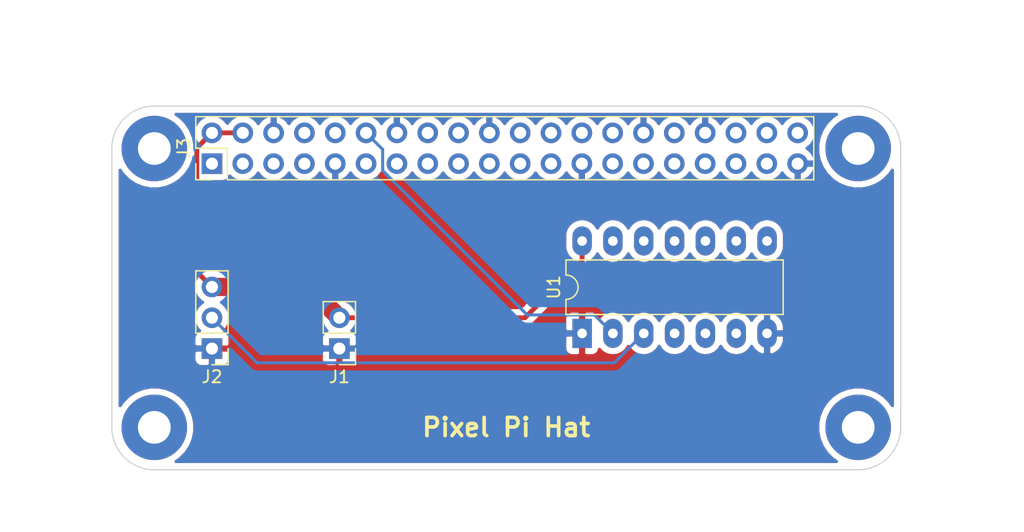
<source format=kicad_pcb>
(kicad_pcb (version 20171130) (host pcbnew "(5.1.8)-1")

  (general
    (thickness 1.6)
    (drawings 16)
    (tracks 17)
    (zones 0)
    (modules 8)
    (nets 34)
  )

  (page A4)
  (layers
    (0 F.Cu signal)
    (31 B.Cu signal)
    (32 B.Adhes user)
    (33 F.Adhes user)
    (34 B.Paste user)
    (35 F.Paste user)
    (36 B.SilkS user)
    (37 F.SilkS user)
    (38 B.Mask user)
    (39 F.Mask user)
    (40 Dwgs.User user)
    (41 Cmts.User user)
    (42 Eco1.User user)
    (43 Eco2.User user)
    (44 Edge.Cuts user)
    (45 Margin user)
    (46 B.CrtYd user)
    (47 F.CrtYd user)
    (48 B.Fab user)
    (49 F.Fab user)
  )

  (setup
    (last_trace_width 0.25)
    (user_trace_width 0.3)
    (user_trace_width 0.4)
    (user_trace_width 1.5)
    (user_trace_width 3)
    (trace_clearance 0.2)
    (zone_clearance 0.508)
    (zone_45_only no)
    (trace_min 0.2)
    (via_size 0.8)
    (via_drill 0.4)
    (via_min_size 0.4)
    (via_min_drill 0.3)
    (uvia_size 0.3)
    (uvia_drill 0.1)
    (uvias_allowed no)
    (uvia_min_size 0.2)
    (uvia_min_drill 0.1)
    (edge_width 0.05)
    (segment_width 0.2)
    (pcb_text_width 0.3)
    (pcb_text_size 1.5 1.5)
    (mod_edge_width 0.12)
    (mod_text_size 1 1)
    (mod_text_width 0.15)
    (pad_size 1.524 1.524)
    (pad_drill 0.762)
    (pad_to_mask_clearance 0)
    (aux_axis_origin 0 0)
    (visible_elements 7FFFFFFF)
    (pcbplotparams
      (layerselection 0x010fc_ffffffff)
      (usegerberextensions false)
      (usegerberattributes true)
      (usegerberadvancedattributes true)
      (creategerberjobfile true)
      (excludeedgelayer true)
      (linewidth 0.100000)
      (plotframeref false)
      (viasonmask false)
      (mode 1)
      (useauxorigin false)
      (hpglpennumber 1)
      (hpglpenspeed 20)
      (hpglpendiameter 15.000000)
      (psnegative false)
      (psa4output false)
      (plotreference true)
      (plotvalue true)
      (plotinvisibletext false)
      (padsonsilk false)
      (subtractmaskfromsilk false)
      (outputformat 1)
      (mirror false)
      (drillshape 1)
      (scaleselection 1)
      (outputdirectory ""))
  )

  (net 0 "")
  (net 1 +5V)
  (net 2 "Net-(J2-Pad2)")
  (net 3 "Net-(J3-Pad40)")
  (net 4 "Net-(J3-Pad38)")
  (net 5 "Net-(J3-Pad37)")
  (net 6 "Net-(J3-Pad36)")
  (net 7 "Net-(J3-Pad35)")
  (net 8 "Net-(J3-Pad33)")
  (net 9 "Net-(J3-Pad32)")
  (net 10 "Net-(J3-Pad31)")
  (net 11 "Net-(J3-Pad29)")
  (net 12 "Net-(J3-Pad28)")
  (net 13 "Net-(J3-Pad27)")
  (net 14 "Net-(J3-Pad26)")
  (net 15 "Net-(J3-Pad24)")
  (net 16 "Net-(J3-Pad23)")
  (net 17 "Net-(J3-Pad22)")
  (net 18 "Net-(J3-Pad21)")
  (net 19 "Net-(J3-Pad19)")
  (net 20 "Net-(J3-Pad18)")
  (net 21 "Net-(J3-Pad17)")
  (net 22 "Net-(J3-Pad16)")
  (net 23 "Net-(J3-Pad15)")
  (net 24 "Net-(J3-Pad13)")
  (net 25 "Net-(J3-Pad12)")
  (net 26 "Net-(J3-Pad11)")
  (net 27 "Net-(J3-Pad10)")
  (net 28 "Net-(J3-Pad8)")
  (net 29 "Net-(J3-Pad7)")
  (net 30 "Net-(J3-Pad5)")
  (net 31 "Net-(J3-Pad3)")
  (net 32 "Net-(J3-Pad1)")
  (net 33 GND)

  (net_class Default "This is the default net class."
    (clearance 0.2)
    (trace_width 0.25)
    (via_dia 0.8)
    (via_drill 0.4)
    (uvia_dia 0.3)
    (uvia_drill 0.1)
    (add_net +5V)
    (add_net GND)
    (add_net "Net-(J2-Pad2)")
    (add_net "Net-(J3-Pad1)")
    (add_net "Net-(J3-Pad10)")
    (add_net "Net-(J3-Pad11)")
    (add_net "Net-(J3-Pad12)")
    (add_net "Net-(J3-Pad13)")
    (add_net "Net-(J3-Pad15)")
    (add_net "Net-(J3-Pad16)")
    (add_net "Net-(J3-Pad17)")
    (add_net "Net-(J3-Pad18)")
    (add_net "Net-(J3-Pad19)")
    (add_net "Net-(J3-Pad21)")
    (add_net "Net-(J3-Pad22)")
    (add_net "Net-(J3-Pad23)")
    (add_net "Net-(J3-Pad24)")
    (add_net "Net-(J3-Pad26)")
    (add_net "Net-(J3-Pad27)")
    (add_net "Net-(J3-Pad28)")
    (add_net "Net-(J3-Pad29)")
    (add_net "Net-(J3-Pad3)")
    (add_net "Net-(J3-Pad31)")
    (add_net "Net-(J3-Pad32)")
    (add_net "Net-(J3-Pad33)")
    (add_net "Net-(J3-Pad35)")
    (add_net "Net-(J3-Pad36)")
    (add_net "Net-(J3-Pad37)")
    (add_net "Net-(J3-Pad38)")
    (add_net "Net-(J3-Pad40)")
    (add_net "Net-(J3-Pad5)")
    (add_net "Net-(J3-Pad7)")
    (add_net "Net-(J3-Pad8)")
  )

  (module MountingHole:MountingHole_2.7mm_M2.5_Pad (layer F.Cu) (tedit 56D1B4CB) (tstamp 615372E6)
    (at 111.5 62)
    (descr "Mounting Hole 2.7mm, M2.5")
    (tags "mounting hole 2.7mm m2.5")
    (path /6153B6EF)
    (attr virtual)
    (fp_text reference H4 (at 0 -3.7) (layer F.SilkS) hide
      (effects (font (size 1 1) (thickness 0.15)))
    )
    (fp_text value MountingHole (at 0 3.7) (layer F.Fab)
      (effects (font (size 1 1) (thickness 0.15)))
    )
    (fp_text user %R (at 0.3 0) (layer F.Fab)
      (effects (font (size 1 1) (thickness 0.15)))
    )
    (fp_circle (center 0 0) (end 2.7 0) (layer Cmts.User) (width 0.15))
    (fp_circle (center 0 0) (end 2.95 0) (layer F.CrtYd) (width 0.05))
    (pad 1 thru_hole circle (at 0 0) (size 5.4 5.4) (drill 2.7) (layers *.Cu *.Mask))
  )

  (module MountingHole:MountingHole_2.7mm_M2.5_Pad (layer F.Cu) (tedit 56D1B4CB) (tstamp 615372DE)
    (at 53.5 62)
    (descr "Mounting Hole 2.7mm, M2.5")
    (tags "mounting hole 2.7mm m2.5")
    (path /6153B565)
    (attr virtual)
    (fp_text reference H3 (at 0 -3.7) (layer F.SilkS) hide
      (effects (font (size 1 1) (thickness 0.15)))
    )
    (fp_text value MountingHole (at 0 3.7) (layer F.Fab)
      (effects (font (size 1 1) (thickness 0.15)))
    )
    (fp_text user %R (at 0.3 0) (layer F.Fab)
      (effects (font (size 1 1) (thickness 0.15)))
    )
    (fp_circle (center 0 0) (end 2.7 0) (layer Cmts.User) (width 0.15))
    (fp_circle (center 0 0) (end 2.95 0) (layer F.CrtYd) (width 0.05))
    (pad 1 thru_hole circle (at 0 0) (size 5.4 5.4) (drill 2.7) (layers *.Cu *.Mask))
  )

  (module MountingHole:MountingHole_2.7mm_M2.5_Pad (layer F.Cu) (tedit 56D1B4CB) (tstamp 615372D6)
    (at 111.5 39)
    (descr "Mounting Hole 2.7mm, M2.5")
    (tags "mounting hole 2.7mm m2.5")
    (path /6153B355)
    (attr virtual)
    (fp_text reference H2 (at 0 -3.7) (layer F.SilkS) hide
      (effects (font (size 1 1) (thickness 0.15)))
    )
    (fp_text value MountingHole (at 0 3.7) (layer F.Fab)
      (effects (font (size 1 1) (thickness 0.15)))
    )
    (fp_text user %R (at 0.3 0) (layer F.Fab)
      (effects (font (size 1 1) (thickness 0.15)))
    )
    (fp_circle (center 0 0) (end 2.7 0) (layer Cmts.User) (width 0.15))
    (fp_circle (center 0 0) (end 2.95 0) (layer F.CrtYd) (width 0.05))
    (pad 1 thru_hole circle (at 0 0) (size 5.4 5.4) (drill 2.7) (layers *.Cu *.Mask))
  )

  (module MountingHole:MountingHole_2.7mm_M2.5_Pad (layer F.Cu) (tedit 56D1B4CB) (tstamp 615372CE)
    (at 53.5 39)
    (descr "Mounting Hole 2.7mm, M2.5")
    (tags "mounting hole 2.7mm m2.5")
    (path /6153AEA7)
    (attr virtual)
    (fp_text reference H1 (at 0 -3.7) (layer F.SilkS) hide
      (effects (font (size 1 1) (thickness 0.15)))
    )
    (fp_text value MountingHole (at 0 3.7) (layer F.Fab)
      (effects (font (size 1 1) (thickness 0.15)))
    )
    (fp_text user %R (at 0.3 0) (layer F.Fab)
      (effects (font (size 1 1) (thickness 0.15)))
    )
    (fp_circle (center 0 0) (end 2.7 0) (layer Cmts.User) (width 0.15))
    (fp_circle (center 0 0) (end 2.95 0) (layer F.CrtYd) (width 0.05))
    (pad 1 thru_hole circle (at 0 0) (size 5.4 5.4) (drill 2.7) (layers *.Cu *.Mask))
  )

  (module Package_DIP:DIP-14_W7.62mm_LongPads (layer F.Cu) (tedit 5A02E8C5) (tstamp 6152F9BA)
    (at 88.75 54.25 90)
    (descr "14-lead though-hole mounted DIP package, row spacing 7.62 mm (300 mils), LongPads")
    (tags "THT DIP DIL PDIP 2.54mm 7.62mm 300mil LongPads")
    (path /6152EED5)
    (fp_text reference U1 (at 3.81 -2.33 90) (layer F.SilkS)
      (effects (font (size 1 1) (thickness 0.15)))
    )
    (fp_text value 74125 (at 3.81 17.57 90) (layer F.Fab)
      (effects (font (size 1 1) (thickness 0.15)))
    )
    (fp_line (start 9.1 -1.55) (end -1.45 -1.55) (layer F.CrtYd) (width 0.05))
    (fp_line (start 9.1 16.8) (end 9.1 -1.55) (layer F.CrtYd) (width 0.05))
    (fp_line (start -1.45 16.8) (end 9.1 16.8) (layer F.CrtYd) (width 0.05))
    (fp_line (start -1.45 -1.55) (end -1.45 16.8) (layer F.CrtYd) (width 0.05))
    (fp_line (start 6.06 -1.33) (end 4.81 -1.33) (layer F.SilkS) (width 0.12))
    (fp_line (start 6.06 16.57) (end 6.06 -1.33) (layer F.SilkS) (width 0.12))
    (fp_line (start 1.56 16.57) (end 6.06 16.57) (layer F.SilkS) (width 0.12))
    (fp_line (start 1.56 -1.33) (end 1.56 16.57) (layer F.SilkS) (width 0.12))
    (fp_line (start 2.81 -1.33) (end 1.56 -1.33) (layer F.SilkS) (width 0.12))
    (fp_line (start 0.635 -0.27) (end 1.635 -1.27) (layer F.Fab) (width 0.1))
    (fp_line (start 0.635 16.51) (end 0.635 -0.27) (layer F.Fab) (width 0.1))
    (fp_line (start 6.985 16.51) (end 0.635 16.51) (layer F.Fab) (width 0.1))
    (fp_line (start 6.985 -1.27) (end 6.985 16.51) (layer F.Fab) (width 0.1))
    (fp_line (start 1.635 -1.27) (end 6.985 -1.27) (layer F.Fab) (width 0.1))
    (fp_text user %R (at 3.81 7.62 90) (layer F.Fab)
      (effects (font (size 1 1) (thickness 0.15)))
    )
    (fp_arc (start 3.81 -1.33) (end 2.81 -1.33) (angle -180) (layer F.SilkS) (width 0.12))
    (pad 14 thru_hole oval (at 7.62 0 90) (size 2.4 1.6) (drill 0.8) (layers *.Cu *.Mask)
      (net 1 +5V))
    (pad 7 thru_hole oval (at 0 15.24 90) (size 2.4 1.6) (drill 0.8) (layers *.Cu *.Mask)
      (net 33 GND))
    (pad 13 thru_hole oval (at 7.62 2.54 90) (size 2.4 1.6) (drill 0.8) (layers *.Cu *.Mask))
    (pad 6 thru_hole oval (at 0 12.7 90) (size 2.4 1.6) (drill 0.8) (layers *.Cu *.Mask))
    (pad 12 thru_hole oval (at 7.62 5.08 90) (size 2.4 1.6) (drill 0.8) (layers *.Cu *.Mask))
    (pad 5 thru_hole oval (at 0 10.16 90) (size 2.4 1.6) (drill 0.8) (layers *.Cu *.Mask))
    (pad 11 thru_hole oval (at 7.62 7.62 90) (size 2.4 1.6) (drill 0.8) (layers *.Cu *.Mask))
    (pad 4 thru_hole oval (at 0 7.62 90) (size 2.4 1.6) (drill 0.8) (layers *.Cu *.Mask))
    (pad 10 thru_hole oval (at 7.62 10.16 90) (size 2.4 1.6) (drill 0.8) (layers *.Cu *.Mask))
    (pad 3 thru_hole oval (at 0 5.08 90) (size 2.4 1.6) (drill 0.8) (layers *.Cu *.Mask)
      (net 2 "Net-(J2-Pad2)"))
    (pad 9 thru_hole oval (at 7.62 12.7 90) (size 2.4 1.6) (drill 0.8) (layers *.Cu *.Mask))
    (pad 2 thru_hole oval (at 0 2.54 90) (size 2.4 1.6) (drill 0.8) (layers *.Cu *.Mask)
      (net 25 "Net-(J3-Pad12)"))
    (pad 8 thru_hole oval (at 7.62 15.24 90) (size 2.4 1.6) (drill 0.8) (layers *.Cu *.Mask))
    (pad 1 thru_hole rect (at 0 0 90) (size 2.4 1.6) (drill 0.8) (layers *.Cu *.Mask)
      (net 33 GND))
    (model ${KISYS3DMOD}/Package_DIP.3dshapes/DIP-14_W7.62mm.wrl
      (at (xyz 0 0 0))
      (scale (xyz 1 1 1))
      (rotate (xyz 0 0 0))
    )
  )

  (module Connector_PinHeader_2.54mm:PinHeader_2x20_P2.54mm_Vertical (layer F.Cu) (tedit 59FED5CC) (tstamp 6152F998)
    (at 58.25 40.25 90)
    (descr "Through hole straight pin header, 2x20, 2.54mm pitch, double rows")
    (tags "Through hole pin header THT 2x20 2.54mm double row")
    (path /61530A30)
    (fp_text reference J3 (at 1.27 -2.33 90) (layer F.SilkS)
      (effects (font (size 1 1) (thickness 0.15)))
    )
    (fp_text value Conn_02x20_Odd_Even (at 1.27 50.59 90) (layer F.Fab)
      (effects (font (size 1 1) (thickness 0.15)))
    )
    (fp_line (start 4.35 -1.8) (end -1.8 -1.8) (layer F.CrtYd) (width 0.05))
    (fp_line (start 4.35 50.05) (end 4.35 -1.8) (layer F.CrtYd) (width 0.05))
    (fp_line (start -1.8 50.05) (end 4.35 50.05) (layer F.CrtYd) (width 0.05))
    (fp_line (start -1.8 -1.8) (end -1.8 50.05) (layer F.CrtYd) (width 0.05))
    (fp_line (start -1.33 -1.33) (end 0 -1.33) (layer F.SilkS) (width 0.12))
    (fp_line (start -1.33 0) (end -1.33 -1.33) (layer F.SilkS) (width 0.12))
    (fp_line (start 1.27 -1.33) (end 3.87 -1.33) (layer F.SilkS) (width 0.12))
    (fp_line (start 1.27 1.27) (end 1.27 -1.33) (layer F.SilkS) (width 0.12))
    (fp_line (start -1.33 1.27) (end 1.27 1.27) (layer F.SilkS) (width 0.12))
    (fp_line (start 3.87 -1.33) (end 3.87 49.59) (layer F.SilkS) (width 0.12))
    (fp_line (start -1.33 1.27) (end -1.33 49.59) (layer F.SilkS) (width 0.12))
    (fp_line (start -1.33 49.59) (end 3.87 49.59) (layer F.SilkS) (width 0.12))
    (fp_line (start -1.27 0) (end 0 -1.27) (layer F.Fab) (width 0.1))
    (fp_line (start -1.27 49.53) (end -1.27 0) (layer F.Fab) (width 0.1))
    (fp_line (start 3.81 49.53) (end -1.27 49.53) (layer F.Fab) (width 0.1))
    (fp_line (start 3.81 -1.27) (end 3.81 49.53) (layer F.Fab) (width 0.1))
    (fp_line (start 0 -1.27) (end 3.81 -1.27) (layer F.Fab) (width 0.1))
    (fp_text user %R (at 1.27 24.13) (layer F.Fab)
      (effects (font (size 1 1) (thickness 0.15)))
    )
    (pad 40 thru_hole oval (at 2.54 48.26 90) (size 1.7 1.7) (drill 1) (layers *.Cu *.Mask)
      (net 3 "Net-(J3-Pad40)"))
    (pad 39 thru_hole oval (at 0 48.26 90) (size 1.7 1.7) (drill 1) (layers *.Cu *.Mask)
      (net 33 GND))
    (pad 38 thru_hole oval (at 2.54 45.72 90) (size 1.7 1.7) (drill 1) (layers *.Cu *.Mask)
      (net 4 "Net-(J3-Pad38)"))
    (pad 37 thru_hole oval (at 0 45.72 90) (size 1.7 1.7) (drill 1) (layers *.Cu *.Mask)
      (net 5 "Net-(J3-Pad37)"))
    (pad 36 thru_hole oval (at 2.54 43.18 90) (size 1.7 1.7) (drill 1) (layers *.Cu *.Mask)
      (net 6 "Net-(J3-Pad36)"))
    (pad 35 thru_hole oval (at 0 43.18 90) (size 1.7 1.7) (drill 1) (layers *.Cu *.Mask)
      (net 7 "Net-(J3-Pad35)"))
    (pad 34 thru_hole oval (at 2.54 40.64 90) (size 1.7 1.7) (drill 1) (layers *.Cu *.Mask)
      (net 33 GND))
    (pad 33 thru_hole oval (at 0 40.64 90) (size 1.7 1.7) (drill 1) (layers *.Cu *.Mask)
      (net 8 "Net-(J3-Pad33)"))
    (pad 32 thru_hole oval (at 2.54 38.1 90) (size 1.7 1.7) (drill 1) (layers *.Cu *.Mask)
      (net 9 "Net-(J3-Pad32)"))
    (pad 31 thru_hole oval (at 0 38.1 90) (size 1.7 1.7) (drill 1) (layers *.Cu *.Mask)
      (net 10 "Net-(J3-Pad31)"))
    (pad 30 thru_hole oval (at 2.54 35.56 90) (size 1.7 1.7) (drill 1) (layers *.Cu *.Mask)
      (net 33 GND))
    (pad 29 thru_hole oval (at 0 35.56 90) (size 1.7 1.7) (drill 1) (layers *.Cu *.Mask)
      (net 11 "Net-(J3-Pad29)"))
    (pad 28 thru_hole oval (at 2.54 33.02 90) (size 1.7 1.7) (drill 1) (layers *.Cu *.Mask)
      (net 12 "Net-(J3-Pad28)"))
    (pad 27 thru_hole oval (at 0 33.02 90) (size 1.7 1.7) (drill 1) (layers *.Cu *.Mask)
      (net 13 "Net-(J3-Pad27)"))
    (pad 26 thru_hole oval (at 2.54 30.48 90) (size 1.7 1.7) (drill 1) (layers *.Cu *.Mask)
      (net 14 "Net-(J3-Pad26)"))
    (pad 25 thru_hole oval (at 0 30.48 90) (size 1.7 1.7) (drill 1) (layers *.Cu *.Mask)
      (net 33 GND))
    (pad 24 thru_hole oval (at 2.54 27.94 90) (size 1.7 1.7) (drill 1) (layers *.Cu *.Mask)
      (net 15 "Net-(J3-Pad24)"))
    (pad 23 thru_hole oval (at 0 27.94 90) (size 1.7 1.7) (drill 1) (layers *.Cu *.Mask)
      (net 16 "Net-(J3-Pad23)"))
    (pad 22 thru_hole oval (at 2.54 25.4 90) (size 1.7 1.7) (drill 1) (layers *.Cu *.Mask)
      (net 17 "Net-(J3-Pad22)"))
    (pad 21 thru_hole oval (at 0 25.4 90) (size 1.7 1.7) (drill 1) (layers *.Cu *.Mask)
      (net 18 "Net-(J3-Pad21)"))
    (pad 20 thru_hole oval (at 2.54 22.86 90) (size 1.7 1.7) (drill 1) (layers *.Cu *.Mask)
      (net 33 GND))
    (pad 19 thru_hole oval (at 0 22.86 90) (size 1.7 1.7) (drill 1) (layers *.Cu *.Mask)
      (net 19 "Net-(J3-Pad19)"))
    (pad 18 thru_hole oval (at 2.54 20.32 90) (size 1.7 1.7) (drill 1) (layers *.Cu *.Mask)
      (net 20 "Net-(J3-Pad18)"))
    (pad 17 thru_hole oval (at 0 20.32 90) (size 1.7 1.7) (drill 1) (layers *.Cu *.Mask)
      (net 21 "Net-(J3-Pad17)"))
    (pad 16 thru_hole oval (at 2.54 17.78 90) (size 1.7 1.7) (drill 1) (layers *.Cu *.Mask)
      (net 22 "Net-(J3-Pad16)"))
    (pad 15 thru_hole oval (at 0 17.78 90) (size 1.7 1.7) (drill 1) (layers *.Cu *.Mask)
      (net 23 "Net-(J3-Pad15)"))
    (pad 14 thru_hole oval (at 2.54 15.24 90) (size 1.7 1.7) (drill 1) (layers *.Cu *.Mask)
      (net 33 GND))
    (pad 13 thru_hole oval (at 0 15.24 90) (size 1.7 1.7) (drill 1) (layers *.Cu *.Mask)
      (net 24 "Net-(J3-Pad13)"))
    (pad 12 thru_hole oval (at 2.54 12.7 90) (size 1.7 1.7) (drill 1) (layers *.Cu *.Mask)
      (net 25 "Net-(J3-Pad12)"))
    (pad 11 thru_hole oval (at 0 12.7 90) (size 1.7 1.7) (drill 1) (layers *.Cu *.Mask)
      (net 26 "Net-(J3-Pad11)"))
    (pad 10 thru_hole oval (at 2.54 10.16 90) (size 1.7 1.7) (drill 1) (layers *.Cu *.Mask)
      (net 27 "Net-(J3-Pad10)"))
    (pad 9 thru_hole oval (at 0 10.16 90) (size 1.7 1.7) (drill 1) (layers *.Cu *.Mask)
      (net 33 GND))
    (pad 8 thru_hole oval (at 2.54 7.62 90) (size 1.7 1.7) (drill 1) (layers *.Cu *.Mask)
      (net 28 "Net-(J3-Pad8)"))
    (pad 7 thru_hole oval (at 0 7.62 90) (size 1.7 1.7) (drill 1) (layers *.Cu *.Mask)
      (net 29 "Net-(J3-Pad7)"))
    (pad 6 thru_hole oval (at 2.54 5.08 90) (size 1.7 1.7) (drill 1) (layers *.Cu *.Mask)
      (net 33 GND))
    (pad 5 thru_hole oval (at 0 5.08 90) (size 1.7 1.7) (drill 1) (layers *.Cu *.Mask)
      (net 30 "Net-(J3-Pad5)"))
    (pad 4 thru_hole oval (at 2.54 2.54 90) (size 1.7 1.7) (drill 1) (layers *.Cu *.Mask)
      (net 1 +5V))
    (pad 3 thru_hole oval (at 0 2.54 90) (size 1.7 1.7) (drill 1) (layers *.Cu *.Mask)
      (net 31 "Net-(J3-Pad3)"))
    (pad 2 thru_hole oval (at 2.54 0 90) (size 1.7 1.7) (drill 1) (layers *.Cu *.Mask)
      (net 1 +5V))
    (pad 1 thru_hole rect (at 0 0 90) (size 1.7 1.7) (drill 1) (layers *.Cu *.Mask)
      (net 32 "Net-(J3-Pad1)"))
    (model ${KISYS3DMOD}/Connector_PinHeader_2.54mm.3dshapes/PinHeader_2x20_P2.54mm_Vertical.wrl
      (at (xyz 0 0 0))
      (scale (xyz 1 1 1))
      (rotate (xyz 0 0 0))
    )
  )

  (module Connector_PinHeader_2.54mm:PinHeader_1x03_P2.54mm_Vertical (layer F.Cu) (tedit 59FED5CC) (tstamp 6152F95A)
    (at 58.25 55.5 180)
    (descr "Through hole straight pin header, 1x03, 2.54mm pitch, single row")
    (tags "Through hole pin header THT 1x03 2.54mm single row")
    (path /615300DE)
    (fp_text reference J2 (at 0 -2.33) (layer F.SilkS)
      (effects (font (size 1 1) (thickness 0.15)))
    )
    (fp_text value Conn_01x03_Male (at 0 7.41) (layer F.Fab)
      (effects (font (size 1 1) (thickness 0.15)))
    )
    (fp_line (start 1.8 -1.8) (end -1.8 -1.8) (layer F.CrtYd) (width 0.05))
    (fp_line (start 1.8 6.85) (end 1.8 -1.8) (layer F.CrtYd) (width 0.05))
    (fp_line (start -1.8 6.85) (end 1.8 6.85) (layer F.CrtYd) (width 0.05))
    (fp_line (start -1.8 -1.8) (end -1.8 6.85) (layer F.CrtYd) (width 0.05))
    (fp_line (start -1.33 -1.33) (end 0 -1.33) (layer F.SilkS) (width 0.12))
    (fp_line (start -1.33 0) (end -1.33 -1.33) (layer F.SilkS) (width 0.12))
    (fp_line (start -1.33 1.27) (end 1.33 1.27) (layer F.SilkS) (width 0.12))
    (fp_line (start 1.33 1.27) (end 1.33 6.41) (layer F.SilkS) (width 0.12))
    (fp_line (start -1.33 1.27) (end -1.33 6.41) (layer F.SilkS) (width 0.12))
    (fp_line (start -1.33 6.41) (end 1.33 6.41) (layer F.SilkS) (width 0.12))
    (fp_line (start -1.27 -0.635) (end -0.635 -1.27) (layer F.Fab) (width 0.1))
    (fp_line (start -1.27 6.35) (end -1.27 -0.635) (layer F.Fab) (width 0.1))
    (fp_line (start 1.27 6.35) (end -1.27 6.35) (layer F.Fab) (width 0.1))
    (fp_line (start 1.27 -1.27) (end 1.27 6.35) (layer F.Fab) (width 0.1))
    (fp_line (start -0.635 -1.27) (end 1.27 -1.27) (layer F.Fab) (width 0.1))
    (fp_text user %R (at 0 2.54 90) (layer F.Fab)
      (effects (font (size 1 1) (thickness 0.15)))
    )
    (pad 3 thru_hole oval (at 0 5.08 180) (size 1.7 1.7) (drill 1) (layers *.Cu *.Mask)
      (net 1 +5V))
    (pad 2 thru_hole oval (at 0 2.54 180) (size 1.7 1.7) (drill 1) (layers *.Cu *.Mask)
      (net 2 "Net-(J2-Pad2)"))
    (pad 1 thru_hole rect (at 0 0 180) (size 1.7 1.7) (drill 1) (layers *.Cu *.Mask)
      (net 33 GND))
    (model ${KISYS3DMOD}/Connector_PinHeader_2.54mm.3dshapes/PinHeader_1x03_P2.54mm_Vertical.wrl
      (at (xyz 0 0 0))
      (scale (xyz 1 1 1))
      (rotate (xyz 0 0 0))
    )
  )

  (module Connector_PinHeader_2.54mm:PinHeader_1x02_P2.54mm_Vertical (layer F.Cu) (tedit 59FED5CC) (tstamp 6152F943)
    (at 68.75 55.5 180)
    (descr "Through hole straight pin header, 1x02, 2.54mm pitch, single row")
    (tags "Through hole pin header THT 1x02 2.54mm single row")
    (path /6152F680)
    (fp_text reference J1 (at 0 -2.33) (layer F.SilkS)
      (effects (font (size 1 1) (thickness 0.15)))
    )
    (fp_text value Conn_01x02_Male (at 0 4.87) (layer F.Fab)
      (effects (font (size 1 1) (thickness 0.15)))
    )
    (fp_line (start 1.8 -1.8) (end -1.8 -1.8) (layer F.CrtYd) (width 0.05))
    (fp_line (start 1.8 4.35) (end 1.8 -1.8) (layer F.CrtYd) (width 0.05))
    (fp_line (start -1.8 4.35) (end 1.8 4.35) (layer F.CrtYd) (width 0.05))
    (fp_line (start -1.8 -1.8) (end -1.8 4.35) (layer F.CrtYd) (width 0.05))
    (fp_line (start -1.33 -1.33) (end 0 -1.33) (layer F.SilkS) (width 0.12))
    (fp_line (start -1.33 0) (end -1.33 -1.33) (layer F.SilkS) (width 0.12))
    (fp_line (start -1.33 1.27) (end 1.33 1.27) (layer F.SilkS) (width 0.12))
    (fp_line (start 1.33 1.27) (end 1.33 3.87) (layer F.SilkS) (width 0.12))
    (fp_line (start -1.33 1.27) (end -1.33 3.87) (layer F.SilkS) (width 0.12))
    (fp_line (start -1.33 3.87) (end 1.33 3.87) (layer F.SilkS) (width 0.12))
    (fp_line (start -1.27 -0.635) (end -0.635 -1.27) (layer F.Fab) (width 0.1))
    (fp_line (start -1.27 3.81) (end -1.27 -0.635) (layer F.Fab) (width 0.1))
    (fp_line (start 1.27 3.81) (end -1.27 3.81) (layer F.Fab) (width 0.1))
    (fp_line (start 1.27 -1.27) (end 1.27 3.81) (layer F.Fab) (width 0.1))
    (fp_line (start -0.635 -1.27) (end 1.27 -1.27) (layer F.Fab) (width 0.1))
    (fp_text user %R (at 0 1.27 90) (layer F.Fab)
      (effects (font (size 1 1) (thickness 0.15)))
    )
    (pad 2 thru_hole oval (at 0 2.54 180) (size 1.7 1.7) (drill 1) (layers *.Cu *.Mask)
      (net 1 +5V))
    (pad 1 thru_hole rect (at 0 0 180) (size 1.7 1.7) (drill 1) (layers *.Cu *.Mask)
      (net 33 GND))
    (model ${KISYS3DMOD}/Connector_PinHeader_2.54mm.3dshapes/PinHeader_1x02_P2.54mm_Vertical.wrl
      (at (xyz 0 0 0))
      (scale (xyz 1 1 1))
      (rotate (xyz 0 0 0))
    )
  )

  (gr_text "Pixel Pi Hat" (at 82.5 62) (layer F.SilkS)
    (effects (font (size 1.5 1.5) (thickness 0.3)))
  )
  (dimension 65 (width 0.15) (layer Dwgs.User)
    (gr_text "65.000 mm" (at 82.5 27.45) (layer Dwgs.User)
      (effects (font (size 1 1) (thickness 0.15)))
    )
    (feature1 (pts (xy 115 35.5) (xy 115 28.163579)))
    (feature2 (pts (xy 50 35.5) (xy 50 28.163579)))
    (crossbar (pts (xy 50 28.75) (xy 115 28.75)))
    (arrow1a (pts (xy 115 28.75) (xy 113.873496 29.336421)))
    (arrow1b (pts (xy 115 28.75) (xy 113.873496 28.163579)))
    (arrow2a (pts (xy 50 28.75) (xy 51.126504 29.336421)))
    (arrow2b (pts (xy 50 28.75) (xy 51.126504 28.163579)))
  )
  (dimension 30 (width 0.15) (layer Dwgs.User)
    (gr_text "30.000 mm" (at 123.8 50.5 90) (layer Dwgs.User)
      (effects (font (size 1 1) (thickness 0.15)))
    )
    (feature1 (pts (xy 115 35.5) (xy 123.086421 35.5)))
    (feature2 (pts (xy 115 65.5) (xy 123.086421 65.5)))
    (crossbar (pts (xy 122.5 65.5) (xy 122.5 35.5)))
    (arrow1a (pts (xy 122.5 35.5) (xy 123.086421 36.626504)))
    (arrow1b (pts (xy 122.5 35.5) (xy 121.913579 36.626504)))
    (arrow2a (pts (xy 122.5 65.5) (xy 123.086421 64.373496)))
    (arrow2b (pts (xy 122.5 65.5) (xy 121.913579 64.373496)))
  )
  (gr_arc (start 53.5 39) (end 53.5 35.5) (angle -90) (layer Edge.Cuts) (width 0.1) (tstamp 61536D83))
  (gr_arc (start 53.5 62) (end 50 62) (angle -90) (layer Edge.Cuts) (width 0.1) (tstamp 61536D83))
  (gr_arc (start 111.5 62) (end 111.5 65.5) (angle -90) (layer Edge.Cuts) (width 0.1) (tstamp 61536D83))
  (gr_arc (start 111.5 39) (end 115 39) (angle -90) (layer Edge.Cuts) (width 0.1))
  (dimension 29 (width 0.15) (layer Dwgs.User)
    (gr_text "29.000 mm" (at 68 48.8) (layer Dwgs.User)
      (effects (font (size 1 1) (thickness 0.15)))
    )
    (feature1 (pts (xy 82.5 44.25) (xy 82.5 48.086421)))
    (feature2 (pts (xy 53.5 44.25) (xy 53.5 48.086421)))
    (crossbar (pts (xy 53.5 47.5) (xy 82.5 47.5)))
    (arrow1a (pts (xy 82.5 47.5) (xy 81.373496 48.086421)))
    (arrow1b (pts (xy 82.5 47.5) (xy 81.373496 46.913579)))
    (arrow2a (pts (xy 53.5 47.5) (xy 54.626504 48.086421)))
    (arrow2b (pts (xy 53.5 47.5) (xy 54.626504 46.913579)))
  )
  (dimension 23 (width 0.15) (layer Dwgs.User)
    (gr_text "23.000 mm" (at 120.05 50.5 90) (layer Dwgs.User)
      (effects (font (size 1 1) (thickness 0.15)))
    )
    (feature1 (pts (xy 115 39) (xy 119.336421 39)))
    (feature2 (pts (xy 115 62) (xy 119.336421 62)))
    (crossbar (pts (xy 118.75 62) (xy 118.75 39)))
    (arrow1a (pts (xy 118.75 39) (xy 119.336421 40.126504)))
    (arrow1b (pts (xy 118.75 39) (xy 118.163579 40.126504)))
    (arrow2a (pts (xy 118.75 62) (xy 119.336421 60.873496)))
    (arrow2b (pts (xy 118.75 62) (xy 118.163579 60.873496)))
  )
  (dimension 58 (width 0.15) (layer Dwgs.User)
    (gr_text "58.000 mm" (at 82.5 30.2) (layer Dwgs.User)
      (effects (font (size 1 1) (thickness 0.15)))
    )
    (feature1 (pts (xy 111.5 35.5) (xy 111.5 30.913579)))
    (feature2 (pts (xy 53.5 35.5) (xy 53.5 30.913579)))
    (crossbar (pts (xy 53.5 31.5) (xy 111.5 31.5)))
    (arrow1a (pts (xy 111.5 31.5) (xy 110.373496 32.086421)))
    (arrow1b (pts (xy 111.5 31.5) (xy 110.373496 30.913579)))
    (arrow2a (pts (xy 53.5 31.5) (xy 54.626504 32.086421)))
    (arrow2b (pts (xy 53.5 31.5) (xy 54.626504 30.913579)))
  )
  (dimension 3.5 (width 0.15) (layer Dwgs.User)
    (gr_text "3.500 mm" (at 51.75 71.3) (layer Dwgs.User)
      (effects (font (size 1 1) (thickness 0.15)))
    )
    (feature1 (pts (xy 53.5 65.5) (xy 53.5 70.586421)))
    (feature2 (pts (xy 50 65.5) (xy 50 70.586421)))
    (crossbar (pts (xy 50 70) (xy 53.5 70)))
    (arrow1a (pts (xy 53.5 70) (xy 52.373496 70.586421)))
    (arrow1b (pts (xy 53.5 70) (xy 52.373496 69.413579)))
    (arrow2a (pts (xy 50 70) (xy 51.126504 70.586421)))
    (arrow2b (pts (xy 50 70) (xy 51.126504 69.413579)))
  )
  (dimension 3.5 (width 0.15) (layer Dwgs.User)
    (gr_text "3.500 mm" (at 44.45 63.75 90) (layer Dwgs.User)
      (effects (font (size 1 1) (thickness 0.15)))
    )
    (feature1 (pts (xy 50 62) (xy 45.163579 62)))
    (feature2 (pts (xy 50 65.5) (xy 45.163579 65.5)))
    (crossbar (pts (xy 45.75 65.5) (xy 45.75 62)))
    (arrow1a (pts (xy 45.75 62) (xy 46.336421 63.126504)))
    (arrow1b (pts (xy 45.75 62) (xy 45.163579 63.126504)))
    (arrow2a (pts (xy 45.75 65.5) (xy 46.336421 64.373496)))
    (arrow2b (pts (xy 45.75 65.5) (xy 45.163579 64.373496)))
  )
  (gr_line (start 115 39) (end 115 62) (layer Edge.Cuts) (width 0.1))
  (gr_line (start 53.5 35.5) (end 111.5 35.5) (layer Edge.Cuts) (width 0.1))
  (gr_line (start 50 39) (end 50 62) (layer Edge.Cuts) (width 0.1))
  (gr_line (start 53.5 65.5) (end 111.5 65.5) (layer Edge.Cuts) (width 0.1))

  (segment (start 66.21 50.42) (end 68.75 52.96) (width 1.5) (layer F.Cu) (net 1))
  (segment (start 58.25 50.42) (end 66.21 50.42) (width 1.5) (layer F.Cu) (net 1))
  (segment (start 60.79 37.71) (end 58.25 37.71) (width 0.4) (layer F.Cu) (net 1))
  (segment (start 56.999999 49.169999) (end 58.25 50.42) (width 0.4) (layer F.Cu) (net 1))
  (segment (start 56.999999 38.960001) (end 56.999999 49.169999) (width 0.4) (layer F.Cu) (net 1))
  (segment (start 58.25 37.71) (end 56.999999 38.960001) (width 0.4) (layer F.Cu) (net 1))
  (segment (start 88.75 46.63) (end 88.75 48.25) (width 0.4) (layer F.Cu) (net 1))
  (segment (start 84.04 52.96) (end 68.75 52.96) (width 0.4) (layer F.Cu) (net 1))
  (segment (start 88.75 48.25) (end 84.04 52.96) (width 0.4) (layer F.Cu) (net 1))
  (segment (start 91.404999 56.675001) (end 61.965001 56.675001) (width 0.25) (layer B.Cu) (net 2))
  (segment (start 61.965001 56.675001) (end 58.25 52.96) (width 0.25) (layer B.Cu) (net 2))
  (segment (start 93.83 54.25) (end 91.404999 56.675001) (width 0.25) (layer B.Cu) (net 2))
  (segment (start 89.764999 52.724999) (end 91.29 54.25) (width 0.25) (layer B.Cu) (net 25))
  (segment (start 84.225997 52.724999) (end 89.764999 52.724999) (width 0.25) (layer B.Cu) (net 25))
  (segment (start 72.314999 40.814001) (end 84.225997 52.724999) (width 0.25) (layer B.Cu) (net 25))
  (segment (start 72.314999 39.074999) (end 72.314999 40.814001) (width 0.25) (layer B.Cu) (net 25))
  (segment (start 70.95 37.71) (end 72.314999 39.074999) (width 0.25) (layer B.Cu) (net 25))

  (zone (net 33) (net_name GND) (layer B.Cu) (tstamp 61537FFA) (hatch edge 0.508)
    (connect_pads (clearance 0.508))
    (min_thickness 0.254)
    (fill yes (arc_segments 32) (thermal_gap 0.508) (thermal_bridge_width 0.508))
    (polygon
      (pts
        (xy 115 65.5) (xy 50 65.5) (xy 50 35) (xy 115 35)
      )
    )
    (filled_polygon
      (pts
        (xy 109.374061 36.409536) (xy 108.909536 36.874061) (xy 108.544561 37.420285) (xy 108.293162 38.027216) (xy 108.165 38.671531)
        (xy 108.165 39.328469) (xy 108.293162 39.972784) (xy 108.544561 40.579715) (xy 108.909536 41.125939) (xy 109.374061 41.590464)
        (xy 109.920285 41.955439) (xy 110.527216 42.206838) (xy 111.171531 42.335) (xy 111.828469 42.335) (xy 112.472784 42.206838)
        (xy 113.079715 41.955439) (xy 113.625939 41.590464) (xy 114.090464 41.125939) (xy 114.315 40.789897) (xy 114.315001 60.210104)
        (xy 114.090464 59.874061) (xy 113.625939 59.409536) (xy 113.079715 59.044561) (xy 112.472784 58.793162) (xy 111.828469 58.665)
        (xy 111.171531 58.665) (xy 110.527216 58.793162) (xy 109.920285 59.044561) (xy 109.374061 59.409536) (xy 108.909536 59.874061)
        (xy 108.544561 60.420285) (xy 108.293162 61.027216) (xy 108.165 61.671531) (xy 108.165 62.328469) (xy 108.293162 62.972784)
        (xy 108.544561 63.579715) (xy 108.909536 64.125939) (xy 109.374061 64.590464) (xy 109.710103 64.815) (xy 55.289897 64.815)
        (xy 55.625939 64.590464) (xy 56.090464 64.125939) (xy 56.455439 63.579715) (xy 56.706838 62.972784) (xy 56.835 62.328469)
        (xy 56.835 61.671531) (xy 56.706838 61.027216) (xy 56.455439 60.420285) (xy 56.090464 59.874061) (xy 55.625939 59.409536)
        (xy 55.079715 59.044561) (xy 54.472784 58.793162) (xy 53.828469 58.665) (xy 53.171531 58.665) (xy 52.527216 58.793162)
        (xy 51.920285 59.044561) (xy 51.374061 59.409536) (xy 50.909536 59.874061) (xy 50.685 60.210103) (xy 50.685 56.35)
        (xy 56.761928 56.35) (xy 56.774188 56.474482) (xy 56.810498 56.59418) (xy 56.869463 56.704494) (xy 56.948815 56.801185)
        (xy 57.045506 56.880537) (xy 57.15582 56.939502) (xy 57.275518 56.975812) (xy 57.4 56.988072) (xy 57.96425 56.985)
        (xy 58.123 56.82625) (xy 58.123 55.627) (xy 56.92375 55.627) (xy 56.765 55.78575) (xy 56.761928 56.35)
        (xy 50.685 56.35) (xy 50.685 40.789897) (xy 50.909536 41.125939) (xy 51.374061 41.590464) (xy 51.920285 41.955439)
        (xy 52.527216 42.206838) (xy 53.171531 42.335) (xy 53.828469 42.335) (xy 54.472784 42.206838) (xy 55.079715 41.955439)
        (xy 55.625939 41.590464) (xy 56.090464 41.125939) (xy 56.455439 40.579715) (xy 56.706838 39.972784) (xy 56.761928 39.695827)
        (xy 56.761928 41.1) (xy 56.774188 41.224482) (xy 56.810498 41.34418) (xy 56.869463 41.454494) (xy 56.948815 41.551185)
        (xy 57.045506 41.630537) (xy 57.15582 41.689502) (xy 57.275518 41.725812) (xy 57.4 41.738072) (xy 59.1 41.738072)
        (xy 59.224482 41.725812) (xy 59.34418 41.689502) (xy 59.454494 41.630537) (xy 59.551185 41.551185) (xy 59.630537 41.454494)
        (xy 59.689502 41.34418) (xy 59.711513 41.27162) (xy 59.843368 41.403475) (xy 60.086589 41.56599) (xy 60.356842 41.677932)
        (xy 60.64374 41.735) (xy 60.93626 41.735) (xy 61.223158 41.677932) (xy 61.493411 41.56599) (xy 61.736632 41.403475)
        (xy 61.943475 41.196632) (xy 62.06 41.02224) (xy 62.176525 41.196632) (xy 62.383368 41.403475) (xy 62.626589 41.56599)
        (xy 62.896842 41.677932) (xy 63.18374 41.735) (xy 63.47626 41.735) (xy 63.763158 41.677932) (xy 64.033411 41.56599)
        (xy 64.276632 41.403475) (xy 64.483475 41.196632) (xy 64.6 41.02224) (xy 64.716525 41.196632) (xy 64.923368 41.403475)
        (xy 65.166589 41.56599) (xy 65.436842 41.677932) (xy 65.72374 41.735) (xy 66.01626 41.735) (xy 66.303158 41.677932)
        (xy 66.573411 41.56599) (xy 66.816632 41.403475) (xy 67.023475 41.196632) (xy 67.145195 41.014466) (xy 67.214822 41.131355)
        (xy 67.409731 41.347588) (xy 67.64308 41.521641) (xy 67.905901 41.646825) (xy 68.05311 41.691476) (xy 68.283 41.570155)
        (xy 68.283 40.377) (xy 68.263 40.377) (xy 68.263 40.123) (xy 68.283 40.123) (xy 68.283 40.103)
        (xy 68.537 40.103) (xy 68.537 40.123) (xy 68.557 40.123) (xy 68.557 40.377) (xy 68.537 40.377)
        (xy 68.537 41.570155) (xy 68.76689 41.691476) (xy 68.914099 41.646825) (xy 69.17692 41.521641) (xy 69.410269 41.347588)
        (xy 69.605178 41.131355) (xy 69.674805 41.014466) (xy 69.796525 41.196632) (xy 70.003368 41.403475) (xy 70.246589 41.56599)
        (xy 70.516842 41.677932) (xy 70.80374 41.735) (xy 71.09626 41.735) (xy 71.383158 41.677932) (xy 71.653411 41.56599)
        (xy 71.856492 41.430295) (xy 83.662197 53.236001) (xy 83.685996 53.265) (xy 83.714994 53.288798) (xy 83.80172 53.359973)
        (xy 83.93375 53.430545) (xy 84.077011 53.474002) (xy 84.188664 53.484999) (xy 84.188674 53.484999) (xy 84.225997 53.488675)
        (xy 84.26332 53.484999) (xy 87.31339 53.484999) (xy 87.315 53.96425) (xy 87.47375 54.123) (xy 88.623 54.123)
        (xy 88.623 54.103) (xy 88.877 54.103) (xy 88.877 54.123) (xy 88.897 54.123) (xy 88.897 54.377)
        (xy 88.877 54.377) (xy 88.877 54.397) (xy 88.623 54.397) (xy 88.623 54.377) (xy 87.47375 54.377)
        (xy 87.315 54.53575) (xy 87.311928 55.45) (xy 87.324188 55.574482) (xy 87.360498 55.69418) (xy 87.419463 55.804494)
        (xy 87.498815 55.901185) (xy 87.51565 55.915001) (xy 70.235704 55.915001) (xy 70.235 55.78575) (xy 70.07625 55.627)
        (xy 68.877 55.627) (xy 68.877 55.647) (xy 68.623 55.647) (xy 68.623 55.627) (xy 67.42375 55.627)
        (xy 67.265 55.78575) (xy 67.264296 55.915001) (xy 62.279803 55.915001) (xy 61.014802 54.65) (xy 67.261928 54.65)
        (xy 67.265 55.21425) (xy 67.42375 55.373) (xy 68.623 55.373) (xy 68.623 55.353) (xy 68.877 55.353)
        (xy 68.877 55.373) (xy 70.07625 55.373) (xy 70.235 55.21425) (xy 70.238072 54.65) (xy 70.225812 54.525518)
        (xy 70.189502 54.40582) (xy 70.130537 54.295506) (xy 70.051185 54.198815) (xy 69.954494 54.119463) (xy 69.84418 54.060498)
        (xy 69.77162 54.038487) (xy 69.903475 53.906632) (xy 70.06599 53.663411) (xy 70.177932 53.393158) (xy 70.235 53.10626)
        (xy 70.235 52.81374) (xy 70.177932 52.526842) (xy 70.06599 52.256589) (xy 69.903475 52.013368) (xy 69.696632 51.806525)
        (xy 69.453411 51.64401) (xy 69.183158 51.532068) (xy 68.89626 51.475) (xy 68.60374 51.475) (xy 68.316842 51.532068)
        (xy 68.046589 51.64401) (xy 67.803368 51.806525) (xy 67.596525 52.013368) (xy 67.43401 52.256589) (xy 67.322068 52.526842)
        (xy 67.265 52.81374) (xy 67.265 53.10626) (xy 67.322068 53.393158) (xy 67.43401 53.663411) (xy 67.596525 53.906632)
        (xy 67.72838 54.038487) (xy 67.65582 54.060498) (xy 67.545506 54.119463) (xy 67.448815 54.198815) (xy 67.369463 54.295506)
        (xy 67.310498 54.40582) (xy 67.274188 54.525518) (xy 67.261928 54.65) (xy 61.014802 54.65) (xy 59.691209 53.326408)
        (xy 59.735 53.10626) (xy 59.735 52.81374) (xy 59.677932 52.526842) (xy 59.56599 52.256589) (xy 59.403475 52.013368)
        (xy 59.196632 51.806525) (xy 59.02224 51.69) (xy 59.196632 51.573475) (xy 59.403475 51.366632) (xy 59.56599 51.123411)
        (xy 59.677932 50.853158) (xy 59.735 50.56626) (xy 59.735 50.27374) (xy 59.677932 49.986842) (xy 59.56599 49.716589)
        (xy 59.403475 49.473368) (xy 59.196632 49.266525) (xy 58.953411 49.10401) (xy 58.683158 48.992068) (xy 58.39626 48.935)
        (xy 58.10374 48.935) (xy 57.816842 48.992068) (xy 57.546589 49.10401) (xy 57.303368 49.266525) (xy 57.096525 49.473368)
        (xy 56.93401 49.716589) (xy 56.822068 49.986842) (xy 56.765 50.27374) (xy 56.765 50.56626) (xy 56.822068 50.853158)
        (xy 56.93401 51.123411) (xy 57.096525 51.366632) (xy 57.303368 51.573475) (xy 57.47776 51.69) (xy 57.303368 51.806525)
        (xy 57.096525 52.013368) (xy 56.93401 52.256589) (xy 56.822068 52.526842) (xy 56.765 52.81374) (xy 56.765 53.10626)
        (xy 56.822068 53.393158) (xy 56.93401 53.663411) (xy 57.096525 53.906632) (xy 57.22838 54.038487) (xy 57.15582 54.060498)
        (xy 57.045506 54.119463) (xy 56.948815 54.198815) (xy 56.869463 54.295506) (xy 56.810498 54.40582) (xy 56.774188 54.525518)
        (xy 56.761928 54.65) (xy 56.765 55.21425) (xy 56.92375 55.373) (xy 58.123 55.373) (xy 58.123 55.353)
        (xy 58.377 55.353) (xy 58.377 55.373) (xy 58.397 55.373) (xy 58.397 55.627) (xy 58.377 55.627)
        (xy 58.377 56.82625) (xy 58.53575 56.985) (xy 59.1 56.988072) (xy 59.224482 56.975812) (xy 59.34418 56.939502)
        (xy 59.454494 56.880537) (xy 59.551185 56.801185) (xy 59.630537 56.704494) (xy 59.689502 56.59418) (xy 59.725812 56.474482)
        (xy 59.738072 56.35) (xy 59.735 55.78575) (xy 59.576252 55.627002) (xy 59.735 55.627002) (xy 59.735 55.519802)
        (xy 61.401202 57.186004) (xy 61.425 57.215002) (xy 61.540725 57.309975) (xy 61.672754 57.380547) (xy 61.816015 57.424004)
        (xy 61.927668 57.435001) (xy 61.927676 57.435001) (xy 61.965001 57.438677) (xy 62.002326 57.435001) (xy 91.367677 57.435001)
        (xy 91.404999 57.438677) (xy 91.442321 57.435001) (xy 91.442332 57.435001) (xy 91.553985 57.424004) (xy 91.697246 57.380547)
        (xy 91.829275 57.309975) (xy 91.945 57.215002) (xy 91.968803 57.185998) (xy 93.209394 55.945408) (xy 93.278193 55.982182)
        (xy 93.548692 56.064236) (xy 93.83 56.091943) (xy 94.111309 56.064236) (xy 94.381808 55.982182) (xy 94.631101 55.848932)
        (xy 94.849608 55.669608) (xy 95.028932 55.451101) (xy 95.1 55.318142) (xy 95.171068 55.451101) (xy 95.350393 55.669608)
        (xy 95.5689 55.848932) (xy 95.818193 55.982182) (xy 96.088692 56.064236) (xy 96.37 56.091943) (xy 96.651309 56.064236)
        (xy 96.921808 55.982182) (xy 97.171101 55.848932) (xy 97.389608 55.669608) (xy 97.568932 55.451101) (xy 97.64 55.318142)
        (xy 97.711068 55.451101) (xy 97.890393 55.669608) (xy 98.1089 55.848932) (xy 98.358193 55.982182) (xy 98.628692 56.064236)
        (xy 98.91 56.091943) (xy 99.191309 56.064236) (xy 99.461808 55.982182) (xy 99.711101 55.848932) (xy 99.929608 55.669608)
        (xy 100.108932 55.451101) (xy 100.18 55.318142) (xy 100.251068 55.451101) (xy 100.430393 55.669608) (xy 100.6489 55.848932)
        (xy 100.898193 55.982182) (xy 101.168692 56.064236) (xy 101.45 56.091943) (xy 101.731309 56.064236) (xy 102.001808 55.982182)
        (xy 102.251101 55.848932) (xy 102.469608 55.669608) (xy 102.648932 55.451101) (xy 102.717265 55.323259) (xy 102.867399 55.552839)
        (xy 103.065105 55.7545) (xy 103.298354 55.913715) (xy 103.558182 56.024367) (xy 103.640961 56.041904) (xy 103.863 55.919915)
        (xy 103.863 54.377) (xy 104.117 54.377) (xy 104.117 55.919915) (xy 104.339039 56.041904) (xy 104.421818 56.024367)
        (xy 104.681646 55.913715) (xy 104.914895 55.7545) (xy 105.112601 55.552839) (xy 105.267166 55.316483) (xy 105.37265 55.054514)
        (xy 105.425 54.777) (xy 105.425 54.377) (xy 104.117 54.377) (xy 103.863 54.377) (xy 103.843 54.377)
        (xy 103.843 54.123) (xy 103.863 54.123) (xy 103.863 52.580085) (xy 104.117 52.580085) (xy 104.117 54.123)
        (xy 105.425 54.123) (xy 105.425 53.723) (xy 105.37265 53.445486) (xy 105.267166 53.183517) (xy 105.112601 52.947161)
        (xy 104.914895 52.7455) (xy 104.681646 52.586285) (xy 104.421818 52.475633) (xy 104.339039 52.458096) (xy 104.117 52.580085)
        (xy 103.863 52.580085) (xy 103.640961 52.458096) (xy 103.558182 52.475633) (xy 103.298354 52.586285) (xy 103.065105 52.7455)
        (xy 102.867399 52.947161) (xy 102.717265 53.176741) (xy 102.648932 53.048899) (xy 102.469607 52.830392) (xy 102.2511 52.651068)
        (xy 102.001807 52.517818) (xy 101.731308 52.435764) (xy 101.45 52.408057) (xy 101.168691 52.435764) (xy 100.898192 52.517818)
        (xy 100.648899 52.651068) (xy 100.430392 52.830393) (xy 100.251068 53.0489) (xy 100.18 53.181858) (xy 100.108932 53.048899)
        (xy 99.929607 52.830392) (xy 99.7111 52.651068) (xy 99.461807 52.517818) (xy 99.191308 52.435764) (xy 98.91 52.408057)
        (xy 98.628691 52.435764) (xy 98.358192 52.517818) (xy 98.108899 52.651068) (xy 97.890392 52.830393) (xy 97.711068 53.0489)
        (xy 97.64 53.181858) (xy 97.568932 53.048899) (xy 97.389607 52.830392) (xy 97.1711 52.651068) (xy 96.921807 52.517818)
        (xy 96.651308 52.435764) (xy 96.37 52.408057) (xy 96.088691 52.435764) (xy 95.818192 52.517818) (xy 95.568899 52.651068)
        (xy 95.350392 52.830393) (xy 95.171068 53.0489) (xy 95.1 53.181858) (xy 95.028932 53.048899) (xy 94.849607 52.830392)
        (xy 94.6311 52.651068) (xy 94.381807 52.517818) (xy 94.111308 52.435764) (xy 93.83 52.408057) (xy 93.548691 52.435764)
        (xy 93.278192 52.517818) (xy 93.028899 52.651068) (xy 92.810392 52.830393) (xy 92.631068 53.0489) (xy 92.56 53.181858)
        (xy 92.488932 53.048899) (xy 92.309607 52.830392) (xy 92.0911 52.651068) (xy 91.841807 52.517818) (xy 91.571308 52.435764)
        (xy 91.29 52.408057) (xy 91.008691 52.435764) (xy 90.738192 52.517818) (xy 90.669393 52.554592) (xy 90.328803 52.214002)
        (xy 90.305 52.184998) (xy 90.189275 52.090025) (xy 90.057246 52.019453) (xy 89.913985 51.975996) (xy 89.802332 51.964999)
        (xy 89.802321 51.964999) (xy 89.764999 51.961323) (xy 89.727677 51.964999) (xy 84.540799 51.964999) (xy 78.735309 46.159509)
        (xy 87.315 46.159509) (xy 87.315 47.100492) (xy 87.335764 47.311309) (xy 87.417818 47.581808) (xy 87.551068 47.831101)
        (xy 87.730393 48.049608) (xy 87.9489 48.228932) (xy 88.198193 48.362182) (xy 88.468692 48.444236) (xy 88.75 48.471943)
        (xy 89.031309 48.444236) (xy 89.301808 48.362182) (xy 89.551101 48.228932) (xy 89.769608 48.049608) (xy 89.948932 47.831101)
        (xy 90.02 47.698142) (xy 90.091068 47.831101) (xy 90.270393 48.049608) (xy 90.4889 48.228932) (xy 90.738193 48.362182)
        (xy 91.008692 48.444236) (xy 91.29 48.471943) (xy 91.571309 48.444236) (xy 91.841808 48.362182) (xy 92.091101 48.228932)
        (xy 92.309608 48.049608) (xy 92.488932 47.831101) (xy 92.56 47.698142) (xy 92.631068 47.831101) (xy 92.810393 48.049608)
        (xy 93.0289 48.228932) (xy 93.278193 48.362182) (xy 93.548692 48.444236) (xy 93.83 48.471943) (xy 94.111309 48.444236)
        (xy 94.381808 48.362182) (xy 94.631101 48.228932) (xy 94.849608 48.049608) (xy 95.028932 47.831101) (xy 95.1 47.698142)
        (xy 95.171068 47.831101) (xy 95.350393 48.049608) (xy 95.5689 48.228932) (xy 95.818193 48.362182) (xy 96.088692 48.444236)
        (xy 96.37 48.471943) (xy 96.651309 48.444236) (xy 96.921808 48.362182) (xy 97.171101 48.228932) (xy 97.389608 48.049608)
        (xy 97.568932 47.831101) (xy 97.64 47.698142) (xy 97.711068 47.831101) (xy 97.890393 48.049608) (xy 98.1089 48.228932)
        (xy 98.358193 48.362182) (xy 98.628692 48.444236) (xy 98.91 48.471943) (xy 99.191309 48.444236) (xy 99.461808 48.362182)
        (xy 99.711101 48.228932) (xy 99.929608 48.049608) (xy 100.108932 47.831101) (xy 100.18 47.698142) (xy 100.251068 47.831101)
        (xy 100.430393 48.049608) (xy 100.6489 48.228932) (xy 100.898193 48.362182) (xy 101.168692 48.444236) (xy 101.45 48.471943)
        (xy 101.731309 48.444236) (xy 102.001808 48.362182) (xy 102.251101 48.228932) (xy 102.469608 48.049608) (xy 102.648932 47.831101)
        (xy 102.72 47.698142) (xy 102.791068 47.831101) (xy 102.970393 48.049608) (xy 103.1889 48.228932) (xy 103.438193 48.362182)
        (xy 103.708692 48.444236) (xy 103.99 48.471943) (xy 104.271309 48.444236) (xy 104.541808 48.362182) (xy 104.791101 48.228932)
        (xy 105.009608 48.049608) (xy 105.188932 47.831101) (xy 105.322182 47.581808) (xy 105.404236 47.311309) (xy 105.425 47.100491)
        (xy 105.425 46.159508) (xy 105.404236 45.948691) (xy 105.322182 45.678192) (xy 105.188932 45.428899) (xy 105.009607 45.210392)
        (xy 104.7911 45.031068) (xy 104.541807 44.897818) (xy 104.271308 44.815764) (xy 103.99 44.788057) (xy 103.708691 44.815764)
        (xy 103.438192 44.897818) (xy 103.188899 45.031068) (xy 102.970392 45.210393) (xy 102.791068 45.4289) (xy 102.72 45.561858)
        (xy 102.648932 45.428899) (xy 102.469607 45.210392) (xy 102.2511 45.031068) (xy 102.001807 44.897818) (xy 101.731308 44.815764)
        (xy 101.45 44.788057) (xy 101.168691 44.815764) (xy 100.898192 44.897818) (xy 100.648899 45.031068) (xy 100.430392 45.210393)
        (xy 100.251068 45.4289) (xy 100.18 45.561858) (xy 100.108932 45.428899) (xy 99.929607 45.210392) (xy 99.7111 45.031068)
        (xy 99.461807 44.897818) (xy 99.191308 44.815764) (xy 98.91 44.788057) (xy 98.628691 44.815764) (xy 98.358192 44.897818)
        (xy 98.108899 45.031068) (xy 97.890392 45.210393) (xy 97.711068 45.4289) (xy 97.64 45.561858) (xy 97.568932 45.428899)
        (xy 97.389607 45.210392) (xy 97.1711 45.031068) (xy 96.921807 44.897818) (xy 96.651308 44.815764) (xy 96.37 44.788057)
        (xy 96.088691 44.815764) (xy 95.818192 44.897818) (xy 95.568899 45.031068) (xy 95.350392 45.210393) (xy 95.171068 45.4289)
        (xy 95.1 45.561858) (xy 95.028932 45.428899) (xy 94.849607 45.210392) (xy 94.6311 45.031068) (xy 94.381807 44.897818)
        (xy 94.111308 44.815764) (xy 93.83 44.788057) (xy 93.548691 44.815764) (xy 93.278192 44.897818) (xy 93.028899 45.031068)
        (xy 92.810392 45.210393) (xy 92.631068 45.4289) (xy 92.56 45.561858) (xy 92.488932 45.428899) (xy 92.309607 45.210392)
        (xy 92.0911 45.031068) (xy 91.841807 44.897818) (xy 91.571308 44.815764) (xy 91.29 44.788057) (xy 91.008691 44.815764)
        (xy 90.738192 44.897818) (xy 90.488899 45.031068) (xy 90.270392 45.210393) (xy 90.091068 45.4289) (xy 90.02 45.561858)
        (xy 89.948932 45.428899) (xy 89.769607 45.210392) (xy 89.5511 45.031068) (xy 89.301807 44.897818) (xy 89.031308 44.815764)
        (xy 88.75 44.788057) (xy 88.468691 44.815764) (xy 88.198192 44.897818) (xy 87.948899 45.031068) (xy 87.730392 45.210393)
        (xy 87.551068 45.4289) (xy 87.417818 45.678193) (xy 87.335764 45.948692) (xy 87.315 46.159509) (xy 78.735309 46.159509)
        (xy 74.156909 41.58111) (xy 74.193411 41.56599) (xy 74.436632 41.403475) (xy 74.643475 41.196632) (xy 74.76 41.02224)
        (xy 74.876525 41.196632) (xy 75.083368 41.403475) (xy 75.326589 41.56599) (xy 75.596842 41.677932) (xy 75.88374 41.735)
        (xy 76.17626 41.735) (xy 76.463158 41.677932) (xy 76.733411 41.56599) (xy 76.976632 41.403475) (xy 77.183475 41.196632)
        (xy 77.3 41.02224) (xy 77.416525 41.196632) (xy 77.623368 41.403475) (xy 77.866589 41.56599) (xy 78.136842 41.677932)
        (xy 78.42374 41.735) (xy 78.71626 41.735) (xy 79.003158 41.677932) (xy 79.273411 41.56599) (xy 79.516632 41.403475)
        (xy 79.723475 41.196632) (xy 79.84 41.02224) (xy 79.956525 41.196632) (xy 80.163368 41.403475) (xy 80.406589 41.56599)
        (xy 80.676842 41.677932) (xy 80.96374 41.735) (xy 81.25626 41.735) (xy 81.543158 41.677932) (xy 81.813411 41.56599)
        (xy 82.056632 41.403475) (xy 82.263475 41.196632) (xy 82.38 41.02224) (xy 82.496525 41.196632) (xy 82.703368 41.403475)
        (xy 82.946589 41.56599) (xy 83.216842 41.677932) (xy 83.50374 41.735) (xy 83.79626 41.735) (xy 84.083158 41.677932)
        (xy 84.353411 41.56599) (xy 84.596632 41.403475) (xy 84.803475 41.196632) (xy 84.92 41.02224) (xy 85.036525 41.196632)
        (xy 85.243368 41.403475) (xy 85.486589 41.56599) (xy 85.756842 41.677932) (xy 86.04374 41.735) (xy 86.33626 41.735)
        (xy 86.623158 41.677932) (xy 86.893411 41.56599) (xy 87.136632 41.403475) (xy 87.343475 41.196632) (xy 87.465195 41.014466)
        (xy 87.534822 41.131355) (xy 87.729731 41.347588) (xy 87.96308 41.521641) (xy 88.225901 41.646825) (xy 88.37311 41.691476)
        (xy 88.603 41.570155) (xy 88.603 40.377) (xy 88.583 40.377) (xy 88.583 40.123) (xy 88.603 40.123)
        (xy 88.603 40.103) (xy 88.857 40.103) (xy 88.857 40.123) (xy 88.877 40.123) (xy 88.877 40.377)
        (xy 88.857 40.377) (xy 88.857 41.570155) (xy 89.08689 41.691476) (xy 89.234099 41.646825) (xy 89.49692 41.521641)
        (xy 89.730269 41.347588) (xy 89.925178 41.131355) (xy 89.994805 41.014466) (xy 90.116525 41.196632) (xy 90.323368 41.403475)
        (xy 90.566589 41.56599) (xy 90.836842 41.677932) (xy 91.12374 41.735) (xy 91.41626 41.735) (xy 91.703158 41.677932)
        (xy 91.973411 41.56599) (xy 92.216632 41.403475) (xy 92.423475 41.196632) (xy 92.54 41.02224) (xy 92.656525 41.196632)
        (xy 92.863368 41.403475) (xy 93.106589 41.56599) (xy 93.376842 41.677932) (xy 93.66374 41.735) (xy 93.95626 41.735)
        (xy 94.243158 41.677932) (xy 94.513411 41.56599) (xy 94.756632 41.403475) (xy 94.963475 41.196632) (xy 95.08 41.02224)
        (xy 95.196525 41.196632) (xy 95.403368 41.403475) (xy 95.646589 41.56599) (xy 95.916842 41.677932) (xy 96.20374 41.735)
        (xy 96.49626 41.735) (xy 96.783158 41.677932) (xy 97.053411 41.56599) (xy 97.296632 41.403475) (xy 97.503475 41.196632)
        (xy 97.62 41.02224) (xy 97.736525 41.196632) (xy 97.943368 41.403475) (xy 98.186589 41.56599) (xy 98.456842 41.677932)
        (xy 98.74374 41.735) (xy 99.03626 41.735) (xy 99.323158 41.677932) (xy 99.593411 41.56599) (xy 99.836632 41.403475)
        (xy 100.043475 41.196632) (xy 100.16 41.02224) (xy 100.276525 41.196632) (xy 100.483368 41.403475) (xy 100.726589 41.56599)
        (xy 100.996842 41.677932) (xy 101.28374 41.735) (xy 101.57626 41.735) (xy 101.863158 41.677932) (xy 102.133411 41.56599)
        (xy 102.376632 41.403475) (xy 102.583475 41.196632) (xy 102.7 41.02224) (xy 102.816525 41.196632) (xy 103.023368 41.403475)
        (xy 103.266589 41.56599) (xy 103.536842 41.677932) (xy 103.82374 41.735) (xy 104.11626 41.735) (xy 104.403158 41.677932)
        (xy 104.673411 41.56599) (xy 104.916632 41.403475) (xy 105.123475 41.196632) (xy 105.245195 41.014466) (xy 105.314822 41.131355)
        (xy 105.509731 41.347588) (xy 105.74308 41.521641) (xy 106.005901 41.646825) (xy 106.15311 41.691476) (xy 106.383 41.570155)
        (xy 106.383 40.377) (xy 106.637 40.377) (xy 106.637 41.570155) (xy 106.86689 41.691476) (xy 107.014099 41.646825)
        (xy 107.27692 41.521641) (xy 107.510269 41.347588) (xy 107.705178 41.131355) (xy 107.854157 40.881252) (xy 107.951481 40.606891)
        (xy 107.830814 40.377) (xy 106.637 40.377) (xy 106.383 40.377) (xy 106.363 40.377) (xy 106.363 40.123)
        (xy 106.383 40.123) (xy 106.383 40.103) (xy 106.637 40.103) (xy 106.637 40.123) (xy 107.830814 40.123)
        (xy 107.951481 39.893109) (xy 107.854157 39.618748) (xy 107.705178 39.368645) (xy 107.510269 39.152412) (xy 107.280594 38.9811)
        (xy 107.456632 38.863475) (xy 107.663475 38.656632) (xy 107.82599 38.413411) (xy 107.937932 38.143158) (xy 107.995 37.85626)
        (xy 107.995 37.56374) (xy 107.937932 37.276842) (xy 107.82599 37.006589) (xy 107.663475 36.763368) (xy 107.456632 36.556525)
        (xy 107.213411 36.39401) (xy 106.943158 36.282068) (xy 106.65626 36.225) (xy 106.36374 36.225) (xy 106.076842 36.282068)
        (xy 105.806589 36.39401) (xy 105.563368 36.556525) (xy 105.356525 36.763368) (xy 105.24 36.93776) (xy 105.123475 36.763368)
        (xy 104.916632 36.556525) (xy 104.673411 36.39401) (xy 104.403158 36.282068) (xy 104.11626 36.225) (xy 103.82374 36.225)
        (xy 103.536842 36.282068) (xy 103.266589 36.39401) (xy 103.023368 36.556525) (xy 102.816525 36.763368) (xy 102.7 36.93776)
        (xy 102.583475 36.763368) (xy 102.376632 36.556525) (xy 102.133411 36.39401) (xy 101.863158 36.282068) (xy 101.57626 36.225)
        (xy 101.28374 36.225) (xy 100.996842 36.282068) (xy 100.726589 36.39401) (xy 100.483368 36.556525) (xy 100.276525 36.763368)
        (xy 100.154805 36.945534) (xy 100.085178 36.828645) (xy 99.890269 36.612412) (xy 99.65692 36.438359) (xy 99.394099 36.313175)
        (xy 99.24689 36.268524) (xy 99.017 36.389845) (xy 99.017 37.583) (xy 99.037 37.583) (xy 99.037 37.837)
        (xy 99.017 37.837) (xy 99.017 37.857) (xy 98.763 37.857) (xy 98.763 37.837) (xy 98.743 37.837)
        (xy 98.743 37.583) (xy 98.763 37.583) (xy 98.763 36.389845) (xy 98.53311 36.268524) (xy 98.385901 36.313175)
        (xy 98.12308 36.438359) (xy 97.889731 36.612412) (xy 97.694822 36.828645) (xy 97.625195 36.945534) (xy 97.503475 36.763368)
        (xy 97.296632 36.556525) (xy 97.053411 36.39401) (xy 96.783158 36.282068) (xy 96.49626 36.225) (xy 96.20374 36.225)
        (xy 95.916842 36.282068) (xy 95.646589 36.39401) (xy 95.403368 36.556525) (xy 95.196525 36.763368) (xy 95.074805 36.945534)
        (xy 95.005178 36.828645) (xy 94.810269 36.612412) (xy 94.57692 36.438359) (xy 94.314099 36.313175) (xy 94.16689 36.268524)
        (xy 93.937 36.389845) (xy 93.937 37.583) (xy 93.957 37.583) (xy 93.957 37.837) (xy 93.937 37.837)
        (xy 93.937 37.857) (xy 93.683 37.857) (xy 93.683 37.837) (xy 93.663 37.837) (xy 93.663 37.583)
        (xy 93.683 37.583) (xy 93.683 36.389845) (xy 93.45311 36.268524) (xy 93.305901 36.313175) (xy 93.04308 36.438359)
        (xy 92.809731 36.612412) (xy 92.614822 36.828645) (xy 92.545195 36.945534) (xy 92.423475 36.763368) (xy 92.216632 36.556525)
        (xy 91.973411 36.39401) (xy 91.703158 36.282068) (xy 91.41626 36.225) (xy 91.12374 36.225) (xy 90.836842 36.282068)
        (xy 90.566589 36.39401) (xy 90.323368 36.556525) (xy 90.116525 36.763368) (xy 90 36.93776) (xy 89.883475 36.763368)
        (xy 89.676632 36.556525) (xy 89.433411 36.39401) (xy 89.163158 36.282068) (xy 88.87626 36.225) (xy 88.58374 36.225)
        (xy 88.296842 36.282068) (xy 88.026589 36.39401) (xy 87.783368 36.556525) (xy 87.576525 36.763368) (xy 87.46 36.93776)
        (xy 87.343475 36.763368) (xy 87.136632 36.556525) (xy 86.893411 36.39401) (xy 86.623158 36.282068) (xy 86.33626 36.225)
        (xy 86.04374 36.225) (xy 85.756842 36.282068) (xy 85.486589 36.39401) (xy 85.243368 36.556525) (xy 85.036525 36.763368)
        (xy 84.92 36.93776) (xy 84.803475 36.763368) (xy 84.596632 36.556525) (xy 84.353411 36.39401) (xy 84.083158 36.282068)
        (xy 83.79626 36.225) (xy 83.50374 36.225) (xy 83.216842 36.282068) (xy 82.946589 36.39401) (xy 82.703368 36.556525)
        (xy 82.496525 36.763368) (xy 82.374805 36.945534) (xy 82.305178 36.828645) (xy 82.110269 36.612412) (xy 81.87692 36.438359)
        (xy 81.614099 36.313175) (xy 81.46689 36.268524) (xy 81.237 36.389845) (xy 81.237 37.583) (xy 81.257 37.583)
        (xy 81.257 37.837) (xy 81.237 37.837) (xy 81.237 37.857) (xy 80.983 37.857) (xy 80.983 37.837)
        (xy 80.963 37.837) (xy 80.963 37.583) (xy 80.983 37.583) (xy 80.983 36.389845) (xy 80.75311 36.268524)
        (xy 80.605901 36.313175) (xy 80.34308 36.438359) (xy 80.109731 36.612412) (xy 79.914822 36.828645) (xy 79.845195 36.945534)
        (xy 79.723475 36.763368) (xy 79.516632 36.556525) (xy 79.273411 36.39401) (xy 79.003158 36.282068) (xy 78.71626 36.225)
        (xy 78.42374 36.225) (xy 78.136842 36.282068) (xy 77.866589 36.39401) (xy 77.623368 36.556525) (xy 77.416525 36.763368)
        (xy 77.3 36.93776) (xy 77.183475 36.763368) (xy 76.976632 36.556525) (xy 76.733411 36.39401) (xy 76.463158 36.282068)
        (xy 76.17626 36.225) (xy 75.88374 36.225) (xy 75.596842 36.282068) (xy 75.326589 36.39401) (xy 75.083368 36.556525)
        (xy 74.876525 36.763368) (xy 74.754805 36.945534) (xy 74.685178 36.828645) (xy 74.490269 36.612412) (xy 74.25692 36.438359)
        (xy 73.994099 36.313175) (xy 73.84689 36.268524) (xy 73.617 36.389845) (xy 73.617 37.583) (xy 73.637 37.583)
        (xy 73.637 37.837) (xy 73.617 37.837) (xy 73.617 37.857) (xy 73.363 37.857) (xy 73.363 37.837)
        (xy 73.343 37.837) (xy 73.343 37.583) (xy 73.363 37.583) (xy 73.363 36.389845) (xy 73.13311 36.268524)
        (xy 72.985901 36.313175) (xy 72.72308 36.438359) (xy 72.489731 36.612412) (xy 72.294822 36.828645) (xy 72.225195 36.945534)
        (xy 72.103475 36.763368) (xy 71.896632 36.556525) (xy 71.653411 36.39401) (xy 71.383158 36.282068) (xy 71.09626 36.225)
        (xy 70.80374 36.225) (xy 70.516842 36.282068) (xy 70.246589 36.39401) (xy 70.003368 36.556525) (xy 69.796525 36.763368)
        (xy 69.68 36.93776) (xy 69.563475 36.763368) (xy 69.356632 36.556525) (xy 69.113411 36.39401) (xy 68.843158 36.282068)
        (xy 68.55626 36.225) (xy 68.26374 36.225) (xy 67.976842 36.282068) (xy 67.706589 36.39401) (xy 67.463368 36.556525)
        (xy 67.256525 36.763368) (xy 67.14 36.93776) (xy 67.023475 36.763368) (xy 66.816632 36.556525) (xy 66.573411 36.39401)
        (xy 66.303158 36.282068) (xy 66.01626 36.225) (xy 65.72374 36.225) (xy 65.436842 36.282068) (xy 65.166589 36.39401)
        (xy 64.923368 36.556525) (xy 64.716525 36.763368) (xy 64.594805 36.945534) (xy 64.525178 36.828645) (xy 64.330269 36.612412)
        (xy 64.09692 36.438359) (xy 63.834099 36.313175) (xy 63.68689 36.268524) (xy 63.457 36.389845) (xy 63.457 37.583)
        (xy 63.477 37.583) (xy 63.477 37.837) (xy 63.457 37.837) (xy 63.457 37.857) (xy 63.203 37.857)
        (xy 63.203 37.837) (xy 63.183 37.837) (xy 63.183 37.583) (xy 63.203 37.583) (xy 63.203 36.389845)
        (xy 62.97311 36.268524) (xy 62.825901 36.313175) (xy 62.56308 36.438359) (xy 62.329731 36.612412) (xy 62.134822 36.828645)
        (xy 62.065195 36.945534) (xy 61.943475 36.763368) (xy 61.736632 36.556525) (xy 61.493411 36.39401) (xy 61.223158 36.282068)
        (xy 60.93626 36.225) (xy 60.64374 36.225) (xy 60.356842 36.282068) (xy 60.086589 36.39401) (xy 59.843368 36.556525)
        (xy 59.636525 36.763368) (xy 59.52 36.93776) (xy 59.403475 36.763368) (xy 59.196632 36.556525) (xy 58.953411 36.39401)
        (xy 58.683158 36.282068) (xy 58.39626 36.225) (xy 58.10374 36.225) (xy 57.816842 36.282068) (xy 57.546589 36.39401)
        (xy 57.303368 36.556525) (xy 57.096525 36.763368) (xy 56.93401 37.006589) (xy 56.822068 37.276842) (xy 56.765 37.56374)
        (xy 56.765 37.85626) (xy 56.822068 38.143158) (xy 56.93401 38.413411) (xy 57.096525 38.656632) (xy 57.22838 38.788487)
        (xy 57.15582 38.810498) (xy 57.045506 38.869463) (xy 56.948815 38.948815) (xy 56.869463 39.045506) (xy 56.835 39.109981)
        (xy 56.835 38.671531) (xy 56.706838 38.027216) (xy 56.455439 37.420285) (xy 56.090464 36.874061) (xy 55.625939 36.409536)
        (xy 55.289897 36.185) (xy 109.710103 36.185)
      )
    )
  )
  (zone (net 33) (net_name GND) (layer F.Cu) (tstamp 61537FF7) (hatch edge 0.508)
    (connect_pads (clearance 0.508))
    (min_thickness 0.254)
    (fill yes (arc_segments 32) (thermal_gap 0.508) (thermal_bridge_width 0.508))
    (polygon
      (pts
        (xy 115 65.5) (xy 50 65.5) (xy 50 35) (xy 115 35)
      )
    )
    (filled_polygon
      (pts
        (xy 109.374061 36.409536) (xy 108.909536 36.874061) (xy 108.544561 37.420285) (xy 108.293162 38.027216) (xy 108.165 38.671531)
        (xy 108.165 39.328469) (xy 108.293162 39.972784) (xy 108.544561 40.579715) (xy 108.909536 41.125939) (xy 109.374061 41.590464)
        (xy 109.920285 41.955439) (xy 110.527216 42.206838) (xy 111.171531 42.335) (xy 111.828469 42.335) (xy 112.472784 42.206838)
        (xy 113.079715 41.955439) (xy 113.625939 41.590464) (xy 114.090464 41.125939) (xy 114.315 40.789897) (xy 114.315001 60.210104)
        (xy 114.090464 59.874061) (xy 113.625939 59.409536) (xy 113.079715 59.044561) (xy 112.472784 58.793162) (xy 111.828469 58.665)
        (xy 111.171531 58.665) (xy 110.527216 58.793162) (xy 109.920285 59.044561) (xy 109.374061 59.409536) (xy 108.909536 59.874061)
        (xy 108.544561 60.420285) (xy 108.293162 61.027216) (xy 108.165 61.671531) (xy 108.165 62.328469) (xy 108.293162 62.972784)
        (xy 108.544561 63.579715) (xy 108.909536 64.125939) (xy 109.374061 64.590464) (xy 109.710103 64.815) (xy 55.289897 64.815)
        (xy 55.625939 64.590464) (xy 56.090464 64.125939) (xy 56.455439 63.579715) (xy 56.706838 62.972784) (xy 56.835 62.328469)
        (xy 56.835 61.671531) (xy 56.706838 61.027216) (xy 56.455439 60.420285) (xy 56.090464 59.874061) (xy 55.625939 59.409536)
        (xy 55.079715 59.044561) (xy 54.472784 58.793162) (xy 53.828469 58.665) (xy 53.171531 58.665) (xy 52.527216 58.793162)
        (xy 51.920285 59.044561) (xy 51.374061 59.409536) (xy 50.909536 59.874061) (xy 50.685 60.210103) (xy 50.685 56.35)
        (xy 56.761928 56.35) (xy 56.774188 56.474482) (xy 56.810498 56.59418) (xy 56.869463 56.704494) (xy 56.948815 56.801185)
        (xy 57.045506 56.880537) (xy 57.15582 56.939502) (xy 57.275518 56.975812) (xy 57.4 56.988072) (xy 57.96425 56.985)
        (xy 58.123 56.82625) (xy 58.123 55.627) (xy 58.377 55.627) (xy 58.377 56.82625) (xy 58.53575 56.985)
        (xy 59.1 56.988072) (xy 59.224482 56.975812) (xy 59.34418 56.939502) (xy 59.454494 56.880537) (xy 59.551185 56.801185)
        (xy 59.630537 56.704494) (xy 59.689502 56.59418) (xy 59.725812 56.474482) (xy 59.738072 56.35) (xy 67.261928 56.35)
        (xy 67.274188 56.474482) (xy 67.310498 56.59418) (xy 67.369463 56.704494) (xy 67.448815 56.801185) (xy 67.545506 56.880537)
        (xy 67.65582 56.939502) (xy 67.775518 56.975812) (xy 67.9 56.988072) (xy 68.46425 56.985) (xy 68.623 56.82625)
        (xy 68.623 55.627) (xy 68.877 55.627) (xy 68.877 56.82625) (xy 69.03575 56.985) (xy 69.6 56.988072)
        (xy 69.724482 56.975812) (xy 69.84418 56.939502) (xy 69.954494 56.880537) (xy 70.051185 56.801185) (xy 70.130537 56.704494)
        (xy 70.189502 56.59418) (xy 70.225812 56.474482) (xy 70.238072 56.35) (xy 70.235 55.78575) (xy 70.07625 55.627)
        (xy 68.877 55.627) (xy 68.623 55.627) (xy 67.42375 55.627) (xy 67.265 55.78575) (xy 67.261928 56.35)
        (xy 59.738072 56.35) (xy 59.735 55.78575) (xy 59.57625 55.627) (xy 58.377 55.627) (xy 58.123 55.627)
        (xy 56.92375 55.627) (xy 56.765 55.78575) (xy 56.761928 56.35) (xy 50.685 56.35) (xy 50.685 55.45)
        (xy 87.311928 55.45) (xy 87.324188 55.574482) (xy 87.360498 55.69418) (xy 87.419463 55.804494) (xy 87.498815 55.901185)
        (xy 87.595506 55.980537) (xy 87.70582 56.039502) (xy 87.825518 56.075812) (xy 87.95 56.088072) (xy 88.46425 56.085)
        (xy 88.623 55.92625) (xy 88.623 54.377) (xy 87.47375 54.377) (xy 87.315 54.53575) (xy 87.311928 55.45)
        (xy 50.685 55.45) (xy 50.685 40.789897) (xy 50.909536 41.125939) (xy 51.374061 41.590464) (xy 51.920285 41.955439)
        (xy 52.527216 42.206838) (xy 53.171531 42.335) (xy 53.828469 42.335) (xy 54.472784 42.206838) (xy 55.079715 41.955439)
        (xy 55.625939 41.590464) (xy 56.090464 41.125939) (xy 56.164999 41.014389) (xy 56.165 49.12897) (xy 56.160959 49.169999)
        (xy 56.177081 49.333687) (xy 56.224827 49.491085) (xy 56.224828 49.491086) (xy 56.302364 49.636145) (xy 56.406709 49.76329)
        (xy 56.438573 49.78944) (xy 56.791193 50.14206) (xy 56.765 50.27374) (xy 56.765 50.56626) (xy 56.822068 50.853158)
        (xy 56.93401 51.123411) (xy 57.096525 51.366632) (xy 57.303368 51.573475) (xy 57.47776 51.69) (xy 57.303368 51.806525)
        (xy 57.096525 52.013368) (xy 56.93401 52.256589) (xy 56.822068 52.526842) (xy 56.765 52.81374) (xy 56.765 53.10626)
        (xy 56.822068 53.393158) (xy 56.93401 53.663411) (xy 57.096525 53.906632) (xy 57.22838 54.038487) (xy 57.15582 54.060498)
        (xy 57.045506 54.119463) (xy 56.948815 54.198815) (xy 56.869463 54.295506) (xy 56.810498 54.40582) (xy 56.774188 54.525518)
        (xy 56.761928 54.65) (xy 56.765 55.21425) (xy 56.92375 55.373) (xy 58.123 55.373) (xy 58.123 55.353)
        (xy 58.377 55.353) (xy 58.377 55.373) (xy 59.57625 55.373) (xy 59.735 55.21425) (xy 59.738072 54.65)
        (xy 59.725812 54.525518) (xy 59.689502 54.40582) (xy 59.630537 54.295506) (xy 59.551185 54.198815) (xy 59.454494 54.119463)
        (xy 59.34418 54.060498) (xy 59.27162 54.038487) (xy 59.403475 53.906632) (xy 59.56599 53.663411) (xy 59.677932 53.393158)
        (xy 59.735 53.10626) (xy 59.735 52.81374) (xy 59.677932 52.526842) (xy 59.56599 52.256589) (xy 59.403475 52.013368)
        (xy 59.196632 51.806525) (xy 59.19435 51.805) (xy 65.636315 51.805) (xy 67.391078 53.559763) (xy 67.43401 53.663411)
        (xy 67.596525 53.906632) (xy 67.72838 54.038487) (xy 67.65582 54.060498) (xy 67.545506 54.119463) (xy 67.448815 54.198815)
        (xy 67.369463 54.295506) (xy 67.310498 54.40582) (xy 67.274188 54.525518) (xy 67.261928 54.65) (xy 67.265 55.21425)
        (xy 67.42375 55.373) (xy 68.623 55.373) (xy 68.623 55.353) (xy 68.877 55.353) (xy 68.877 55.373)
        (xy 70.07625 55.373) (xy 70.235 55.21425) (xy 70.238072 54.65) (xy 70.225812 54.525518) (xy 70.189502 54.40582)
        (xy 70.130537 54.295506) (xy 70.051185 54.198815) (xy 69.954494 54.119463) (xy 69.84418 54.060498) (xy 69.77162 54.038487)
        (xy 69.903475 53.906632) (xy 69.978065 53.795) (xy 83.998982 53.795) (xy 84.04 53.79904) (xy 84.081018 53.795)
        (xy 84.081019 53.795) (xy 84.203689 53.782918) (xy 84.361087 53.735172) (xy 84.506146 53.657636) (xy 84.633291 53.553291)
        (xy 84.659446 53.521421) (xy 85.130867 53.05) (xy 87.311928 53.05) (xy 87.315 53.96425) (xy 87.47375 54.123)
        (xy 88.623 54.123) (xy 88.623 52.57375) (xy 88.877 52.57375) (xy 88.877 54.123) (xy 88.897 54.123)
        (xy 88.897 54.377) (xy 88.877 54.377) (xy 88.877 55.92625) (xy 89.03575 56.085) (xy 89.55 56.088072)
        (xy 89.674482 56.075812) (xy 89.79418 56.039502) (xy 89.904494 55.980537) (xy 90.001185 55.901185) (xy 90.080537 55.804494)
        (xy 90.139502 55.69418) (xy 90.175812 55.574482) (xy 90.177581 55.556517) (xy 90.270393 55.669608) (xy 90.4889 55.848932)
        (xy 90.738193 55.982182) (xy 91.008692 56.064236) (xy 91.29 56.091943) (xy 91.571309 56.064236) (xy 91.841808 55.982182)
        (xy 92.091101 55.848932) (xy 92.309608 55.669608) (xy 92.488932 55.451101) (xy 92.56 55.318142) (xy 92.631068 55.451101)
        (xy 92.810393 55.669608) (xy 93.0289 55.848932) (xy 93.278193 55.982182) (xy 93.548692 56.064236) (xy 93.83 56.091943)
        (xy 94.111309 56.064236) (xy 94.381808 55.982182) (xy 94.631101 55.848932) (xy 94.849608 55.669608) (xy 95.028932 55.451101)
        (xy 95.1 55.318142) (xy 95.171068 55.451101) (xy 95.350393 55.669608) (xy 95.5689 55.848932) (xy 95.818193 55.982182)
        (xy 96.088692 56.064236) (xy 96.37 56.091943) (xy 96.651309 56.064236) (xy 96.921808 55.982182) (xy 97.171101 55.848932)
        (xy 97.389608 55.669608) (xy 97.568932 55.451101) (xy 97.64 55.318142) (xy 97.711068 55.451101) (xy 97.890393 55.669608)
        (xy 98.1089 55.848932) (xy 98.358193 55.982182) (xy 98.628692 56.064236) (xy 98.91 56.091943) (xy 99.191309 56.064236)
        (xy 99.461808 55.982182) (xy 99.711101 55.848932) (xy 99.929608 55.669608) (xy 100.108932 55.451101) (xy 100.18 55.318142)
        (xy 100.251068 55.451101) (xy 100.430393 55.669608) (xy 100.6489 55.848932) (xy 100.898193 55.982182) (xy 101.168692 56.064236)
        (xy 101.45 56.091943) (xy 101.731309 56.064236) (xy 102.001808 55.982182) (xy 102.251101 55.848932) (xy 102.469608 55.669608)
        (xy 102.648932 55.451101) (xy 102.717265 55.323259) (xy 102.867399 55.552839) (xy 103.065105 55.7545) (xy 103.298354 55.913715)
        (xy 103.558182 56.024367) (xy 103.640961 56.041904) (xy 103.863 55.919915) (xy 103.863 54.377) (xy 104.117 54.377)
        (xy 104.117 55.919915) (xy 104.339039 56.041904) (xy 104.421818 56.024367) (xy 104.681646 55.913715) (xy 104.914895 55.7545)
        (xy 105.112601 55.552839) (xy 105.267166 55.316483) (xy 105.37265 55.054514) (xy 105.425 54.777) (xy 105.425 54.377)
        (xy 104.117 54.377) (xy 103.863 54.377) (xy 103.843 54.377) (xy 103.843 54.123) (xy 103.863 54.123)
        (xy 103.863 52.580085) (xy 104.117 52.580085) (xy 104.117 54.123) (xy 105.425 54.123) (xy 105.425 53.723)
        (xy 105.37265 53.445486) (xy 105.267166 53.183517) (xy 105.112601 52.947161) (xy 104.914895 52.7455) (xy 104.681646 52.586285)
        (xy 104.421818 52.475633) (xy 104.339039 52.458096) (xy 104.117 52.580085) (xy 103.863 52.580085) (xy 103.640961 52.458096)
        (xy 103.558182 52.475633) (xy 103.298354 52.586285) (xy 103.065105 52.7455) (xy 102.867399 52.947161) (xy 102.717265 53.176741)
        (xy 102.648932 53.048899) (xy 102.469607 52.830392) (xy 102.2511 52.651068) (xy 102.001807 52.517818) (xy 101.731308 52.435764)
        (xy 101.45 52.408057) (xy 101.168691 52.435764) (xy 100.898192 52.517818) (xy 100.648899 52.651068) (xy 100.430392 52.830393)
        (xy 100.251068 53.0489) (xy 100.18 53.181858) (xy 100.108932 53.048899) (xy 99.929607 52.830392) (xy 99.7111 52.651068)
        (xy 99.461807 52.517818) (xy 99.191308 52.435764) (xy 98.91 52.408057) (xy 98.628691 52.435764) (xy 98.358192 52.517818)
        (xy 98.108899 52.651068) (xy 97.890392 52.830393) (xy 97.711068 53.0489) (xy 97.64 53.181858) (xy 97.568932 53.048899)
        (xy 97.389607 52.830392) (xy 97.1711 52.651068) (xy 96.921807 52.517818) (xy 96.651308 52.435764) (xy 96.37 52.408057)
        (xy 96.088691 52.435764) (xy 95.818192 52.517818) (xy 95.568899 52.651068) (xy 95.350392 52.830393) (xy 95.171068 53.0489)
        (xy 95.1 53.181858) (xy 95.028932 53.048899) (xy 94.849607 52.830392) (xy 94.6311 52.651068) (xy 94.381807 52.517818)
        (xy 94.111308 52.435764) (xy 93.83 52.408057) (xy 93.548691 52.435764) (xy 93.278192 52.517818) (xy 93.028899 52.651068)
        (xy 92.810392 52.830393) (xy 92.631068 53.0489) (xy 92.56 53.181858) (xy 92.488932 53.048899) (xy 92.309607 52.830392)
        (xy 92.0911 52.651068) (xy 91.841807 52.517818) (xy 91.571308 52.435764) (xy 91.29 52.408057) (xy 91.008691 52.435764)
        (xy 90.738192 52.517818) (xy 90.488899 52.651068) (xy 90.270392 52.830393) (xy 90.177581 52.943483) (xy 90.175812 52.925518)
        (xy 90.139502 52.80582) (xy 90.080537 52.695506) (xy 90.001185 52.598815) (xy 89.904494 52.519463) (xy 89.79418 52.460498)
        (xy 89.674482 52.424188) (xy 89.55 52.411928) (xy 89.03575 52.415) (xy 88.877 52.57375) (xy 88.623 52.57375)
        (xy 88.46425 52.415) (xy 87.95 52.411928) (xy 87.825518 52.424188) (xy 87.70582 52.460498) (xy 87.595506 52.519463)
        (xy 87.498815 52.598815) (xy 87.419463 52.695506) (xy 87.360498 52.80582) (xy 87.324188 52.925518) (xy 87.311928 53.05)
        (xy 85.130867 53.05) (xy 89.311432 48.869437) (xy 89.343291 48.843291) (xy 89.447636 48.716146) (xy 89.525172 48.571087)
        (xy 89.572918 48.413689) (xy 89.585 48.291019) (xy 89.58904 48.25) (xy 89.585 48.208982) (xy 89.585 48.201112)
        (xy 89.769608 48.049608) (xy 89.948932 47.831101) (xy 90.02 47.698142) (xy 90.091068 47.831101) (xy 90.270393 48.049608)
        (xy 90.4889 48.228932) (xy 90.738193 48.362182) (xy 91.008692 48.444236) (xy 91.29 48.471943) (xy 91.571309 48.444236)
        (xy 91.841808 48.362182) (xy 92.091101 48.228932) (xy 92.309608 48.049608) (xy 92.488932 47.831101) (xy 92.56 47.698142)
        (xy 92.631068 47.831101) (xy 92.810393 48.049608) (xy 93.0289 48.228932) (xy 93.278193 48.362182) (xy 93.548692 48.444236)
        (xy 93.83 48.471943) (xy 94.111309 48.444236) (xy 94.381808 48.362182) (xy 94.631101 48.228932) (xy 94.849608 48.049608)
        (xy 95.028932 47.831101) (xy 95.1 47.698142) (xy 95.171068 47.831101) (xy 95.350393 48.049608) (xy 95.5689 48.228932)
        (xy 95.818193 48.362182) (xy 96.088692 48.444236) (xy 96.37 48.471943) (xy 96.651309 48.444236) (xy 96.921808 48.362182)
        (xy 97.171101 48.228932) (xy 97.389608 48.049608) (xy 97.568932 47.831101) (xy 97.64 47.698142) (xy 97.711068 47.831101)
        (xy 97.890393 48.049608) (xy 98.1089 48.228932) (xy 98.358193 48.362182) (xy 98.628692 48.444236) (xy 98.91 48.471943)
        (xy 99.191309 48.444236) (xy 99.461808 48.362182) (xy 99.711101 48.228932) (xy 99.929608 48.049608) (xy 100.108932 47.831101)
        (xy 100.18 47.698142) (xy 100.251068 47.831101) (xy 100.430393 48.049608) (xy 100.6489 48.228932) (xy 100.898193 48.362182)
        (xy 101.168692 48.444236) (xy 101.45 48.471943) (xy 101.731309 48.444236) (xy 102.001808 48.362182) (xy 102.251101 48.228932)
        (xy 102.469608 48.049608) (xy 102.648932 47.831101) (xy 102.72 47.698142) (xy 102.791068 47.831101) (xy 102.970393 48.049608)
        (xy 103.1889 48.228932) (xy 103.438193 48.362182) (xy 103.708692 48.444236) (xy 103.99 48.471943) (xy 104.271309 48.444236)
        (xy 104.541808 48.362182) (xy 104.791101 48.228932) (xy 105.009608 48.049608) (xy 105.188932 47.831101) (xy 105.322182 47.581808)
        (xy 105.404236 47.311309) (xy 105.425 47.100491) (xy 105.425 46.159508) (xy 105.404236 45.948691) (xy 105.322182 45.678192)
        (xy 105.188932 45.428899) (xy 105.009607 45.210392) (xy 104.7911 45.031068) (xy 104.541807 44.897818) (xy 104.271308 44.815764)
        (xy 103.99 44.788057) (xy 103.708691 44.815764) (xy 103.438192 44.897818) (xy 103.188899 45.031068) (xy 102.970392 45.210393)
        (xy 102.791068 45.4289) (xy 102.72 45.561858) (xy 102.648932 45.428899) (xy 102.469607 45.210392) (xy 102.2511 45.031068)
        (xy 102.001807 44.897818) (xy 101.731308 44.815764) (xy 101.45 44.788057) (xy 101.168691 44.815764) (xy 100.898192 44.897818)
        (xy 100.648899 45.031068) (xy 100.430392 45.210393) (xy 100.251068 45.4289) (xy 100.18 45.561858) (xy 100.108932 45.428899)
        (xy 99.929607 45.210392) (xy 99.7111 45.031068) (xy 99.461807 44.897818) (xy 99.191308 44.815764) (xy 98.91 44.788057)
        (xy 98.628691 44.815764) (xy 98.358192 44.897818) (xy 98.108899 45.031068) (xy 97.890392 45.210393) (xy 97.711068 45.4289)
        (xy 97.64 45.561858) (xy 97.568932 45.428899) (xy 97.389607 45.210392) (xy 97.1711 45.031068) (xy 96.921807 44.897818)
        (xy 96.651308 44.815764) (xy 96.37 44.788057) (xy 96.088691 44.815764) (xy 95.818192 44.897818) (xy 95.568899 45.031068)
        (xy 95.350392 45.210393) (xy 95.171068 45.4289) (xy 95.1 45.561858) (xy 95.028932 45.428899) (xy 94.849607 45.210392)
        (xy 94.6311 45.031068) (xy 94.381807 44.897818) (xy 94.111308 44.815764) (xy 93.83 44.788057) (xy 93.548691 44.815764)
        (xy 93.278192 44.897818) (xy 93.028899 45.031068) (xy 92.810392 45.210393) (xy 92.631068 45.4289) (xy 92.56 45.561858)
        (xy 92.488932 45.428899) (xy 92.309607 45.210392) (xy 92.0911 45.031068) (xy 91.841807 44.897818) (xy 91.571308 44.815764)
        (xy 91.29 44.788057) (xy 91.008691 44.815764) (xy 90.738192 44.897818) (xy 90.488899 45.031068) (xy 90.270392 45.210393)
        (xy 90.091068 45.4289) (xy 90.02 45.561858) (xy 89.948932 45.428899) (xy 89.769607 45.210392) (xy 89.5511 45.031068)
        (xy 89.301807 44.897818) (xy 89.031308 44.815764) (xy 88.75 44.788057) (xy 88.468691 44.815764) (xy 88.198192 44.897818)
        (xy 87.948899 45.031068) (xy 87.730392 45.210393) (xy 87.551068 45.4289) (xy 87.417818 45.678193) (xy 87.335764 45.948692)
        (xy 87.315 46.159509) (xy 87.315 47.100492) (xy 87.335764 47.311309) (xy 87.417818 47.581808) (xy 87.551068 47.831101)
        (xy 87.730393 48.049608) (xy 87.751885 48.067246) (xy 83.694133 52.125) (xy 69.978065 52.125) (xy 69.903475 52.013368)
        (xy 69.696632 51.806525) (xy 69.453411 51.64401) (xy 69.349763 51.601078) (xy 67.237454 49.488769) (xy 67.194081 49.435919)
        (xy 66.983188 49.262843) (xy 66.742581 49.134236) (xy 66.481507 49.05504) (xy 66.278037 49.035) (xy 66.278029 49.035)
        (xy 66.21 49.0283) (xy 66.141971 49.035) (xy 58.786805 49.035) (xy 58.683158 48.992068) (xy 58.39626 48.935)
        (xy 58.10374 48.935) (xy 57.97206 48.961193) (xy 57.834999 48.824132) (xy 57.834999 41.738072) (xy 59.1 41.738072)
        (xy 59.224482 41.725812) (xy 59.34418 41.689502) (xy 59.454494 41.630537) (xy 59.551185 41.551185) (xy 59.630537 41.454494)
        (xy 59.689502 41.34418) (xy 59.711513 41.27162) (xy 59.843368 41.403475) (xy 60.086589 41.56599) (xy 60.356842 41.677932)
        (xy 60.64374 41.735) (xy 60.93626 41.735) (xy 61.223158 41.677932) (xy 61.493411 41.56599) (xy 61.736632 41.403475)
        (xy 61.943475 41.196632) (xy 62.06 41.02224) (xy 62.176525 41.196632) (xy 62.383368 41.403475) (xy 62.626589 41.56599)
        (xy 62.896842 41.677932) (xy 63.18374 41.735) (xy 63.47626 41.735) (xy 63.763158 41.677932) (xy 64.033411 41.56599)
        (xy 64.276632 41.403475) (xy 64.483475 41.196632) (xy 64.6 41.02224) (xy 64.716525 41.196632) (xy 64.923368 41.403475)
        (xy 65.166589 41.56599) (xy 65.436842 41.677932) (xy 65.72374 41.735) (xy 66.01626 41.735) (xy 66.303158 41.677932)
        (xy 66.573411 41.56599) (xy 66.816632 41.403475) (xy 67.023475 41.196632) (xy 67.145195 41.014466) (xy 67.214822 41.131355)
        (xy 67.409731 41.347588) (xy 67.64308 41.521641) (xy 67.905901 41.646825) (xy 68.05311 41.691476) (xy 68.283 41.570155)
        (xy 68.283 40.377) (xy 68.263 40.377) (xy 68.263 40.123) (xy 68.283 40.123) (xy 68.283 40.103)
        (xy 68.537 40.103) (xy 68.537 40.123) (xy 68.557 40.123) (xy 68.557 40.377) (xy 68.537 40.377)
        (xy 68.537 41.570155) (xy 68.76689 41.691476) (xy 68.914099 41.646825) (xy 69.17692 41.521641) (xy 69.410269 41.347588)
        (xy 69.605178 41.131355) (xy 69.674805 41.014466) (xy 69.796525 41.196632) (xy 70.003368 41.403475) (xy 70.246589 41.56599)
        (xy 70.516842 41.677932) (xy 70.80374 41.735) (xy 71.09626 41.735) (xy 71.383158 41.677932) (xy 71.653411 41.56599)
        (xy 71.896632 41.403475) (xy 72.103475 41.196632) (xy 72.22 41.02224) (xy 72.336525 41.196632) (xy 72.543368 41.403475)
        (xy 72.786589 41.56599) (xy 73.056842 41.677932) (xy 73.34374 41.735) (xy 73.63626 41.735) (xy 73.923158 41.677932)
        (xy 74.193411 41.56599) (xy 74.436632 41.403475) (xy 74.643475 41.196632) (xy 74.76 41.02224) (xy 74.876525 41.196632)
        (xy 75.083368 41.403475) (xy 75.326589 41.56599) (xy 75.596842 41.677932) (xy 75.88374 41.735) (xy 76.17626 41.735)
        (xy 76.463158 41.677932) (xy 76.733411 41.56599) (xy 76.976632 41.403475) (xy 77.183475 41.196632) (xy 77.3 41.02224)
        (xy 77.416525 41.196632) (xy 77.623368 41.403475) (xy 77.866589 41.56599) (xy 78.136842 41.677932) (xy 78.42374 41.735)
        (xy 78.71626 41.735) (xy 79.003158 41.677932) (xy 79.273411 41.56599) (xy 79.516632 41.403475) (xy 79.723475 41.196632)
        (xy 79.84 41.02224) (xy 79.956525 41.196632) (xy 80.163368 41.403475) (xy 80.406589 41.56599) (xy 80.676842 41.677932)
        (xy 80.96374 41.735) (xy 81.25626 41.735) (xy 81.543158 41.677932) (xy 81.813411 41.56599) (xy 82.056632 41.403475)
        (xy 82.263475 41.196632) (xy 82.38 41.02224) (xy 82.496525 41.196632) (xy 82.703368 41.403475) (xy 82.946589 41.56599)
        (xy 83.216842 41.677932) (xy 83.50374 41.735) (xy 83.79626 41.735) (xy 84.083158 41.677932) (xy 84.353411 41.56599)
        (xy 84.596632 41.403475) (xy 84.803475 41.196632) (xy 84.92 41.02224) (xy 85.036525 41.196632) (xy 85.243368 41.403475)
        (xy 85.486589 41.56599) (xy 85.756842 41.677932) (xy 86.04374 41.735) (xy 86.33626 41.735) (xy 86.623158 41.677932)
        (xy 86.893411 41.56599) (xy 87.136632 41.403475) (xy 87.343475 41.196632) (xy 87.465195 41.014466) (xy 87.534822 41.131355)
        (xy 87.729731 41.347588) (xy 87.96308 41.521641) (xy 88.225901 41.646825) (xy 88.37311 41.691476) (xy 88.603 41.570155)
        (xy 88.603 40.377) (xy 88.583 40.377) (xy 88.583 40.123) (xy 88.603 40.123) (xy 88.603 40.103)
        (xy 88.857 40.103) (xy 88.857 40.123) (xy 88.877 40.123) (xy 88.877 40.377) (xy 88.857 40.377)
        (xy 88.857 41.570155) (xy 89.08689 41.691476) (xy 89.234099 41.646825) (xy 89.49692 41.521641) (xy 89.730269 41.347588)
        (xy 89.925178 41.131355) (xy 89.994805 41.014466) (xy 90.116525 41.196632) (xy 90.323368 41.403475) (xy 90.566589 41.56599)
        (xy 90.836842 41.677932) (xy 91.12374 41.735) (xy 91.41626 41.735) (xy 91.703158 41.677932) (xy 91.973411 41.56599)
        (xy 92.216632 41.403475) (xy 92.423475 41.196632) (xy 92.54 41.02224) (xy 92.656525 41.196632) (xy 92.863368 41.403475)
        (xy 93.106589 41.56599) (xy 93.376842 41.677932) (xy 93.66374 41.735) (xy 93.95626 41.735) (xy 94.243158 41.677932)
        (xy 94.513411 41.56599) (xy 94.756632 41.403475) (xy 94.963475 41.196632) (xy 95.08 41.02224) (xy 95.196525 41.196632)
        (xy 95.403368 41.403475) (xy 95.646589 41.56599) (xy 95.916842 41.677932) (xy 96.20374 41.735) (xy 96.49626 41.735)
        (xy 96.783158 41.677932) (xy 97.053411 41.56599) (xy 97.296632 41.403475) (xy 97.503475 41.196632) (xy 97.62 41.02224)
        (xy 97.736525 41.196632) (xy 97.943368 41.403475) (xy 98.186589 41.56599) (xy 98.456842 41.677932) (xy 98.74374 41.735)
        (xy 99.03626 41.735) (xy 99.323158 41.677932) (xy 99.593411 41.56599) (xy 99.836632 41.403475) (xy 100.043475 41.196632)
        (xy 100.16 41.02224) (xy 100.276525 41.196632) (xy 100.483368 41.403475) (xy 100.726589 41.56599) (xy 100.996842 41.677932)
        (xy 101.28374 41.735) (xy 101.57626 41.735) (xy 101.863158 41.677932) (xy 102.133411 41.56599) (xy 102.376632 41.403475)
        (xy 102.583475 41.196632) (xy 102.7 41.02224) (xy 102.816525 41.196632) (xy 103.023368 41.403475) (xy 103.266589 41.56599)
        (xy 103.536842 41.677932) (xy 103.82374 41.735) (xy 104.11626 41.735) (xy 104.403158 41.677932) (xy 104.673411 41.56599)
        (xy 104.916632 41.403475) (xy 105.123475 41.196632) (xy 105.245195 41.014466) (xy 105.314822 41.131355) (xy 105.509731 41.347588)
        (xy 105.74308 41.521641) (xy 106.005901 41.646825) (xy 106.15311 41.691476) (xy 106.383 41.570155) (xy 106.383 40.377)
        (xy 106.637 40.377) (xy 106.637 41.570155) (xy 106.86689 41.691476) (xy 107.014099 41.646825) (xy 107.27692 41.521641)
        (xy 107.510269 41.347588) (xy 107.705178 41.131355) (xy 107.854157 40.881252) (xy 107.951481 40.606891) (xy 107.830814 40.377)
        (xy 106.637 40.377) (xy 106.383 40.377) (xy 106.363 40.377) (xy 106.363 40.123) (xy 106.383 40.123)
        (xy 106.383 40.103) (xy 106.637 40.103) (xy 106.637 40.123) (xy 107.830814 40.123) (xy 107.951481 39.893109)
        (xy 107.854157 39.618748) (xy 107.705178 39.368645) (xy 107.510269 39.152412) (xy 107.280594 38.9811) (xy 107.456632 38.863475)
        (xy 107.663475 38.656632) (xy 107.82599 38.413411) (xy 107.937932 38.143158) (xy 107.995 37.85626) (xy 107.995 37.56374)
        (xy 107.937932 37.276842) (xy 107.82599 37.006589) (xy 107.663475 36.763368) (xy 107.456632 36.556525) (xy 107.213411 36.39401)
        (xy 106.943158 36.282068) (xy 106.65626 36.225) (xy 106.36374 36.225) (xy 106.076842 36.282068) (xy 105.806589 36.39401)
        (xy 105.563368 36.556525) (xy 105.356525 36.763368) (xy 105.24 36.93776) (xy 105.123475 36.763368) (xy 104.916632 36.556525)
        (xy 104.673411 36.39401) (xy 104.403158 36.282068) (xy 104.11626 36.225) (xy 103.82374 36.225) (xy 103.536842 36.282068)
        (xy 103.266589 36.39401) (xy 103.023368 36.556525) (xy 102.816525 36.763368) (xy 102.7 36.93776) (xy 102.583475 36.763368)
        (xy 102.376632 36.556525) (xy 102.133411 36.39401) (xy 101.863158 36.282068) (xy 101.57626 36.225) (xy 101.28374 36.225)
        (xy 100.996842 36.282068) (xy 100.726589 36.39401) (xy 100.483368 36.556525) (xy 100.276525 36.763368) (xy 100.154805 36.945534)
        (xy 100.085178 36.828645) (xy 99.890269 36.612412) (xy 99.65692 36.438359) (xy 99.394099 36.313175) (xy 99.24689 36.268524)
        (xy 99.017 36.389845) (xy 99.017 37.583) (xy 99.037 37.583) (xy 99.037 37.837) (xy 99.017 37.837)
        (xy 99.017 37.857) (xy 98.763 37.857) (xy 98.763 37.837) (xy 98.743 37.837) (xy 98.743 37.583)
        (xy 98.763 37.583) (xy 98.763 36.389845) (xy 98.53311 36.268524) (xy 98.385901 36.313175) (xy 98.12308 36.438359)
        (xy 97.889731 36.612412) (xy 97.694822 36.828645) (xy 97.625195 36.945534) (xy 97.503475 36.763368) (xy 97.296632 36.556525)
        (xy 97.053411 36.39401) (xy 96.783158 36.282068) (xy 96.49626 36.225) (xy 96.20374 36.225) (xy 95.916842 36.282068)
        (xy 95.646589 36.39401) (xy 95.403368 36.556525) (xy 95.196525 36.763368) (xy 95.074805 36.945534) (xy 95.005178 36.828645)
        (xy 94.810269 36.612412) (xy 94.57692 36.438359) (xy 94.314099 36.313175) (xy 94.16689 36.268524) (xy 93.937 36.389845)
        (xy 93.937 37.583) (xy 93.957 37.583) (xy 93.957 37.837) (xy 93.937 37.837) (xy 93.937 37.857)
        (xy 93.683 37.857) (xy 93.683 37.837) (xy 93.663 37.837) (xy 93.663 37.583) (xy 93.683 37.583)
        (xy 93.683 36.389845) (xy 93.45311 36.268524) (xy 93.305901 36.313175) (xy 93.04308 36.438359) (xy 92.809731 36.612412)
        (xy 92.614822 36.828645) (xy 92.545195 36.945534) (xy 92.423475 36.763368) (xy 92.216632 36.556525) (xy 91.973411 36.39401)
        (xy 91.703158 36.282068) (xy 91.41626 36.225) (xy 91.12374 36.225) (xy 90.836842 36.282068) (xy 90.566589 36.39401)
        (xy 90.323368 36.556525) (xy 90.116525 36.763368) (xy 90 36.93776) (xy 89.883475 36.763368) (xy 89.676632 36.556525)
        (xy 89.433411 36.39401) (xy 89.163158 36.282068) (xy 88.87626 36.225) (xy 88.58374 36.225) (xy 88.296842 36.282068)
        (xy 88.026589 36.39401) (xy 87.783368 36.556525) (xy 87.576525 36.763368) (xy 87.46 36.93776) (xy 87.343475 36.763368)
        (xy 87.136632 36.556525) (xy 86.893411 36.39401) (xy 86.623158 36.282068) (xy 86.33626 36.225) (xy 86.04374 36.225)
        (xy 85.756842 36.282068) (xy 85.486589 36.39401) (xy 85.243368 36.556525) (xy 85.036525 36.763368) (xy 84.92 36.93776)
        (xy 84.803475 36.763368) (xy 84.596632 36.556525) (xy 84.353411 36.39401) (xy 84.083158 36.282068) (xy 83.79626 36.225)
        (xy 83.50374 36.225) (xy 83.216842 36.282068) (xy 82.946589 36.39401) (xy 82.703368 36.556525) (xy 82.496525 36.763368)
        (xy 82.374805 36.945534) (xy 82.305178 36.828645) (xy 82.110269 36.612412) (xy 81.87692 36.438359) (xy 81.614099 36.313175)
        (xy 81.46689 36.268524) (xy 81.237 36.389845) (xy 81.237 37.583) (xy 81.257 37.583) (xy 81.257 37.837)
        (xy 81.237 37.837) (xy 81.237 37.857) (xy 80.983 37.857) (xy 80.983 37.837) (xy 80.963 37.837)
        (xy 80.963 37.583) (xy 80.983 37.583) (xy 80.983 36.389845) (xy 80.75311 36.268524) (xy 80.605901 36.313175)
        (xy 80.34308 36.438359) (xy 80.109731 36.612412) (xy 79.914822 36.828645) (xy 79.845195 36.945534) (xy 79.723475 36.763368)
        (xy 79.516632 36.556525) (xy 79.273411 36.39401) (xy 79.003158 36.282068) (xy 78.71626 36.225) (xy 78.42374 36.225)
        (xy 78.136842 36.282068) (xy 77.866589 36.39401) (xy 77.623368 36.556525) (xy 77.416525 36.763368) (xy 77.3 36.93776)
        (xy 77.183475 36.763368) (xy 76.976632 36.556525) (xy 76.733411 36.39401) (xy 76.463158 36.282068) (xy 76.17626 36.225)
        (xy 75.88374 36.225) (xy 75.596842 36.282068) (xy 75.326589 36.39401) (xy 75.083368 36.556525) (xy 74.876525 36.763368)
        (xy 74.754805 36.945534) (xy 74.685178 36.828645) (xy 74.490269 36.612412) (xy 74.25692 36.438359) (xy 73.994099 36.313175)
        (xy 73.84689 36.268524) (xy 73.617 36.389845) (xy 73.617 37.583) (xy 73.637 37.583) (xy 73.637 37.837)
        (xy 73.617 37.837) (xy 73.617 37.857) (xy 73.363 37.857) (xy 73.363 37.837) (xy 73.343 37.837)
        (xy 73.343 37.583) (xy 73.363 37.583) (xy 73.363 36.389845) (xy 73.13311 36.268524) (xy 72.985901 36.313175)
        (xy 72.72308 36.438359) (xy 72.489731 36.612412) (xy 72.294822 36.828645) (xy 72.225195 36.945534) (xy 72.103475 36.763368)
        (xy 71.896632 36.556525) (xy 71.653411 36.39401) (xy 71.383158 36.282068) (xy 71.09626 36.225) (xy 70.80374 36.225)
        (xy 70.516842 36.282068) (xy 70.246589 36.39401) (xy 70.003368 36.556525) (xy 69.796525 36.763368) (xy 69.68 36.93776)
        (xy 69.563475 36.763368) (xy 69.356632 36.556525) (xy 69.113411 36.39401) (xy 68.843158 36.282068) (xy 68.55626 36.225)
        (xy 68.26374 36.225) (xy 67.976842 36.282068) (xy 67.706589 36.39401) (xy 67.463368 36.556525) (xy 67.256525 36.763368)
        (xy 67.14 36.93776) (xy 67.023475 36.763368) (xy 66.816632 36.556525) (xy 66.573411 36.39401) (xy 66.303158 36.282068)
        (xy 66.01626 36.225) (xy 65.72374 36.225) (xy 65.436842 36.282068) (xy 65.166589 36.39401) (xy 64.923368 36.556525)
        (xy 64.716525 36.763368) (xy 64.594805 36.945534) (xy 64.525178 36.828645) (xy 64.330269 36.612412) (xy 64.09692 36.438359)
        (xy 63.834099 36.313175) (xy 63.68689 36.268524) (xy 63.457 36.389845) (xy 63.457 37.583) (xy 63.477 37.583)
        (xy 63.477 37.837) (xy 63.457 37.837) (xy 63.457 37.857) (xy 63.203 37.857) (xy 63.203 37.837)
        (xy 63.183 37.837) (xy 63.183 37.583) (xy 63.203 37.583) (xy 63.203 36.389845) (xy 62.97311 36.268524)
        (xy 62.825901 36.313175) (xy 62.56308 36.438359) (xy 62.329731 36.612412) (xy 62.134822 36.828645) (xy 62.065195 36.945534)
        (xy 61.943475 36.763368) (xy 61.736632 36.556525) (xy 61.493411 36.39401) (xy 61.223158 36.282068) (xy 60.93626 36.225)
        (xy 60.64374 36.225) (xy 60.356842 36.282068) (xy 60.086589 36.39401) (xy 59.843368 36.556525) (xy 59.636525 36.763368)
        (xy 59.561935 36.875) (xy 59.478065 36.875) (xy 59.403475 36.763368) (xy 59.196632 36.556525) (xy 58.953411 36.39401)
        (xy 58.683158 36.282068) (xy 58.39626 36.225) (xy 58.10374 36.225) (xy 57.816842 36.282068) (xy 57.546589 36.39401)
        (xy 57.303368 36.556525) (xy 57.096525 36.763368) (xy 56.93401 37.006589) (xy 56.822068 37.276842) (xy 56.765 37.56374)
        (xy 56.765 37.85626) (xy 56.791193 37.98794) (xy 56.714317 38.064816) (xy 56.706838 38.027216) (xy 56.455439 37.420285)
        (xy 56.090464 36.874061) (xy 55.625939 36.409536) (xy 55.289897 36.185) (xy 109.710103 36.185)
      )
    )
  )
)

</source>
